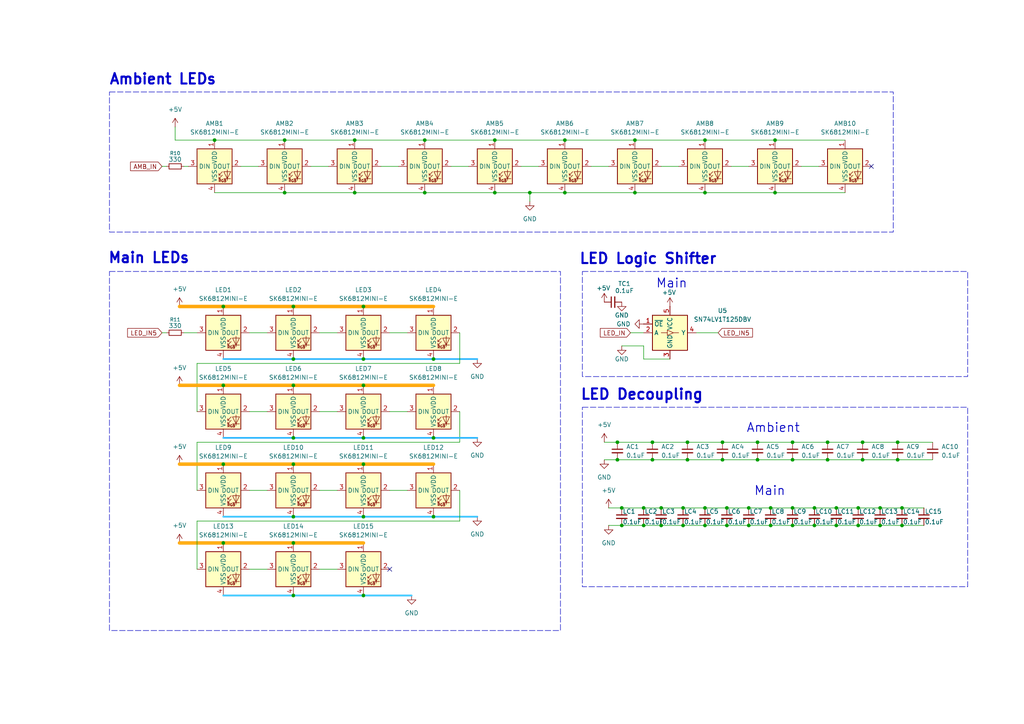
<source format=kicad_sch>
(kicad_sch
	(version 20250114)
	(generator "eeschema")
	(generator_version "9.0")
	(uuid "e840c537-1cc0-4e44-aba4-e143f86581d1")
	(paper "A4")
	(lib_symbols
		(symbol "Device:C_Small"
			(pin_numbers
				(hide yes)
			)
			(pin_names
				(offset 0.254)
				(hide yes)
			)
			(exclude_from_sim no)
			(in_bom yes)
			(on_board yes)
			(property "Reference" "C"
				(at 0.254 1.778 0)
				(effects
					(font
						(size 1.27 1.27)
					)
					(justify left)
				)
			)
			(property "Value" "C_Small"
				(at 0.254 -2.032 0)
				(effects
					(font
						(size 1.27 1.27)
					)
					(justify left)
				)
			)
			(property "Footprint" ""
				(at 0 0 0)
				(effects
					(font
						(size 1.27 1.27)
					)
					(hide yes)
				)
			)
			(property "Datasheet" "~"
				(at 0 0 0)
				(effects
					(font
						(size 1.27 1.27)
					)
					(hide yes)
				)
			)
			(property "Description" "Unpolarized capacitor, small symbol"
				(at 0 0 0)
				(effects
					(font
						(size 1.27 1.27)
					)
					(hide yes)
				)
			)
			(property "ki_keywords" "capacitor cap"
				(at 0 0 0)
				(effects
					(font
						(size 1.27 1.27)
					)
					(hide yes)
				)
			)
			(property "ki_fp_filters" "C_*"
				(at 0 0 0)
				(effects
					(font
						(size 1.27 1.27)
					)
					(hide yes)
				)
			)
			(symbol "C_Small_0_1"
				(polyline
					(pts
						(xy -1.524 0.508) (xy 1.524 0.508)
					)
					(stroke
						(width 0.3048)
						(type default)
					)
					(fill
						(type none)
					)
				)
				(polyline
					(pts
						(xy -1.524 -0.508) (xy 1.524 -0.508)
					)
					(stroke
						(width 0.3302)
						(type default)
					)
					(fill
						(type none)
					)
				)
			)
			(symbol "C_Small_1_1"
				(pin passive line
					(at 0 2.54 270)
					(length 2.032)
					(name "~"
						(effects
							(font
								(size 1.27 1.27)
							)
						)
					)
					(number "1"
						(effects
							(font
								(size 1.27 1.27)
							)
						)
					)
				)
				(pin passive line
					(at 0 -2.54 90)
					(length 2.032)
					(name "~"
						(effects
							(font
								(size 1.27 1.27)
							)
						)
					)
					(number "2"
						(effects
							(font
								(size 1.27 1.27)
							)
						)
					)
				)
			)
			(embedded_fonts no)
		)
		(symbol "Device:R_Small"
			(pin_numbers
				(hide yes)
			)
			(pin_names
				(offset 0.254)
				(hide yes)
			)
			(exclude_from_sim no)
			(in_bom yes)
			(on_board yes)
			(property "Reference" "R"
				(at 0 0 90)
				(effects
					(font
						(size 1.016 1.016)
					)
				)
			)
			(property "Value" "R_Small"
				(at 1.778 0 90)
				(effects
					(font
						(size 1.27 1.27)
					)
				)
			)
			(property "Footprint" ""
				(at 0 0 0)
				(effects
					(font
						(size 1.27 1.27)
					)
					(hide yes)
				)
			)
			(property "Datasheet" "~"
				(at 0 0 0)
				(effects
					(font
						(size 1.27 1.27)
					)
					(hide yes)
				)
			)
			(property "Description" "Resistor, small symbol"
				(at 0 0 0)
				(effects
					(font
						(size 1.27 1.27)
					)
					(hide yes)
				)
			)
			(property "ki_keywords" "R resistor"
				(at 0 0 0)
				(effects
					(font
						(size 1.27 1.27)
					)
					(hide yes)
				)
			)
			(property "ki_fp_filters" "R_*"
				(at 0 0 0)
				(effects
					(font
						(size 1.27 1.27)
					)
					(hide yes)
				)
			)
			(symbol "R_Small_0_1"
				(rectangle
					(start -0.762 1.778)
					(end 0.762 -1.778)
					(stroke
						(width 0.2032)
						(type default)
					)
					(fill
						(type none)
					)
				)
			)
			(symbol "R_Small_1_1"
				(pin passive line
					(at 0 2.54 270)
					(length 0.762)
					(name "~"
						(effects
							(font
								(size 1.27 1.27)
							)
						)
					)
					(number "1"
						(effects
							(font
								(size 1.27 1.27)
							)
						)
					)
				)
				(pin passive line
					(at 0 -2.54 90)
					(length 0.762)
					(name "~"
						(effects
							(font
								(size 1.27 1.27)
							)
						)
					)
					(number "2"
						(effects
							(font
								(size 1.27 1.27)
							)
						)
					)
				)
			)
			(embedded_fonts no)
		)
		(symbol "Logic_LevelTranslator:SN74LV1T125DBV"
			(exclude_from_sim no)
			(in_bom yes)
			(on_board yes)
			(property "Reference" "U"
				(at 5.08 6.35 0)
				(effects
					(font
						(size 1.27 1.27)
					)
					(justify left)
				)
			)
			(property "Value" "SN74LV1T125DBV"
				(at 5.08 3.81 0)
				(effects
					(font
						(size 1.27 1.27)
					)
					(justify left)
				)
			)
			(property "Footprint" "Package_TO_SOT_SMD:SOT-23-5"
				(at 0 -24.13 0)
				(effects
					(font
						(size 1.27 1.27)
					)
					(hide yes)
				)
			)
			(property "Datasheet" "https://www.ti.com/lit/ds/symlink/sn74lv1t125.pdf"
				(at 0 -21.59 0)
				(effects
					(font
						(size 1.27 1.27)
					)
					(hide yes)
				)
			)
			(property "Description" "Single Power Supply, Single Buffer Gate with 3-State Output, CMOS Logic Level Shifter Level Shifter, SOT-23-5"
				(at 0 0 0)
				(effects
					(font
						(size 1.27 1.27)
					)
					(hide yes)
				)
			)
			(property "ki_keywords" "single buffer level shift"
				(at 0 0 0)
				(effects
					(font
						(size 1.27 1.27)
					)
					(hide yes)
				)
			)
			(property "ki_fp_filters" "SOT?23*"
				(at 0 0 0)
				(effects
					(font
						(size 1.27 1.27)
					)
					(hide yes)
				)
			)
			(symbol "SN74LV1T125DBV_0_1"
				(rectangle
					(start -5.08 5.08)
					(end 5.08 -5.08)
					(stroke
						(width 0.254)
						(type default)
					)
					(fill
						(type background)
					)
				)
				(polyline
					(pts
						(xy -0.762 0) (xy -2.54 0)
					)
					(stroke
						(width 0)
						(type default)
					)
					(fill
						(type none)
					)
				)
				(polyline
					(pts
						(xy 1.016 0) (xy 2.54 0)
					)
					(stroke
						(width 0)
						(type default)
					)
					(fill
						(type none)
					)
				)
			)
			(symbol "SN74LV1T125DBV_1_1"
				(polyline
					(pts
						(xy -0.762 -0.762) (xy -0.762 0.762) (xy 1.016 0) (xy -0.762 -0.762)
					)
					(stroke
						(width 0)
						(type default)
					)
					(fill
						(type none)
					)
				)
				(pin input line
					(at -7.62 2.54 0)
					(length 2.54)
					(name "~{OE}"
						(effects
							(font
								(size 1.27 1.27)
							)
						)
					)
					(number "1"
						(effects
							(font
								(size 1.27 1.27)
							)
						)
					)
				)
				(pin input line
					(at -7.62 0 0)
					(length 2.54)
					(name "A"
						(effects
							(font
								(size 1.27 1.27)
							)
						)
					)
					(number "2"
						(effects
							(font
								(size 1.27 1.27)
							)
						)
					)
				)
				(pin power_in line
					(at 0 7.62 270)
					(length 2.54)
					(name "VCC"
						(effects
							(font
								(size 1.27 1.27)
							)
						)
					)
					(number "5"
						(effects
							(font
								(size 1.27 1.27)
							)
						)
					)
				)
				(pin power_in line
					(at 0 -7.62 90)
					(length 2.54)
					(name "GND"
						(effects
							(font
								(size 1.27 1.27)
							)
						)
					)
					(number "3"
						(effects
							(font
								(size 1.27 1.27)
							)
						)
					)
				)
				(pin output line
					(at 7.62 0 180)
					(length 2.54)
					(name "Y"
						(effects
							(font
								(size 1.27 1.27)
							)
						)
					)
					(number "4"
						(effects
							(font
								(size 1.27 1.27)
							)
						)
					)
				)
			)
			(embedded_fonts no)
		)
		(symbol "PCM_marbastlib-various:SK6812MINI-E"
			(exclude_from_sim no)
			(in_bom yes)
			(on_board yes)
			(property "Reference" "LED"
				(at 2.54 6.35 0)
				(effects
					(font
						(size 1.27 1.27)
					)
				)
			)
			(property "Value" "SK6812MINI-E"
				(at 7.62 -6.35 0)
				(effects
					(font
						(size 1.27 1.27)
					)
				)
			)
			(property "Footprint" "PCM_marbastlib-various:LED_6028R"
				(at 0 0 0)
				(effects
					(font
						(size 1.27 1.27)
					)
					(hide yes)
				)
			)
			(property "Datasheet" ""
				(at 0 0 0)
				(effects
					(font
						(size 1.27 1.27)
					)
					(hide yes)
				)
			)
			(property "Description" "Reverse mount adressable LED (WS2812 protocol)"
				(at 0 0 0)
				(effects
					(font
						(size 1.27 1.27)
					)
					(hide yes)
				)
			)
			(property "ki_keywords" "reverse mount led revmount rgb"
				(at 0 0 0)
				(effects
					(font
						(size 1.27 1.27)
					)
					(hide yes)
				)
			)
			(symbol "SK6812MINI-E_0_0"
				(text "RGB"
					(at 2.286 -4.191 0)
					(effects
						(font
							(size 0.762 0.762)
						)
					)
				)
			)
			(symbol "SK6812MINI-E_0_1"
				(polyline
					(pts
						(xy 1.27 -2.54) (xy 1.778 -2.54)
					)
					(stroke
						(width 0)
						(type default)
					)
					(fill
						(type none)
					)
				)
				(polyline
					(pts
						(xy 1.27 -3.556) (xy 1.778 -3.556)
					)
					(stroke
						(width 0)
						(type default)
					)
					(fill
						(type none)
					)
				)
				(polyline
					(pts
						(xy 2.286 -1.524) (xy 1.27 -2.54) (xy 1.27 -2.032)
					)
					(stroke
						(width 0)
						(type default)
					)
					(fill
						(type none)
					)
				)
				(polyline
					(pts
						(xy 2.286 -2.54) (xy 1.27 -3.556) (xy 1.27 -3.048)
					)
					(stroke
						(width 0)
						(type default)
					)
					(fill
						(type none)
					)
				)
				(polyline
					(pts
						(xy 3.683 -1.016) (xy 3.683 -3.556) (xy 3.683 -4.064)
					)
					(stroke
						(width 0)
						(type default)
					)
					(fill
						(type none)
					)
				)
				(polyline
					(pts
						(xy 4.699 -1.524) (xy 2.667 -1.524) (xy 3.683 -3.556) (xy 4.699 -1.524)
					)
					(stroke
						(width 0)
						(type default)
					)
					(fill
						(type none)
					)
				)
				(polyline
					(pts
						(xy 4.699 -3.556) (xy 2.667 -3.556)
					)
					(stroke
						(width 0)
						(type default)
					)
					(fill
						(type none)
					)
				)
				(rectangle
					(start 5.08 5.08)
					(end -5.08 -5.08)
					(stroke
						(width 0.254)
						(type default)
					)
					(fill
						(type background)
					)
				)
			)
			(symbol "SK6812MINI-E_1_1"
				(pin input line
					(at -7.62 0 0)
					(length 2.54)
					(name "DIN"
						(effects
							(font
								(size 1.27 1.27)
							)
						)
					)
					(number "3"
						(effects
							(font
								(size 1.27 1.27)
							)
						)
					)
				)
				(pin power_in line
					(at 0 7.62 270)
					(length 2.54)
					(name "VDD"
						(effects
							(font
								(size 1.27 1.27)
							)
						)
					)
					(number "1"
						(effects
							(font
								(size 1.27 1.27)
							)
						)
					)
				)
				(pin power_in line
					(at 0 -7.62 90)
					(length 2.54)
					(name "VSS"
						(effects
							(font
								(size 1.27 1.27)
							)
						)
					)
					(number "4"
						(effects
							(font
								(size 1.27 1.27)
							)
						)
					)
				)
				(pin output line
					(at 7.62 0 180)
					(length 2.54)
					(name "DOUT"
						(effects
							(font
								(size 1.27 1.27)
							)
						)
					)
					(number "2"
						(effects
							(font
								(size 1.27 1.27)
							)
						)
					)
				)
			)
			(embedded_fonts no)
		)
		(symbol "power:+5V"
			(power)
			(pin_numbers
				(hide yes)
			)
			(pin_names
				(offset 0)
				(hide yes)
			)
			(exclude_from_sim no)
			(in_bom yes)
			(on_board yes)
			(property "Reference" "#PWR"
				(at 0 -3.81 0)
				(effects
					(font
						(size 1.27 1.27)
					)
					(hide yes)
				)
			)
			(property "Value" "+5V"
				(at 0 3.556 0)
				(effects
					(font
						(size 1.27 1.27)
					)
				)
			)
			(property "Footprint" ""
				(at 0 0 0)
				(effects
					(font
						(size 1.27 1.27)
					)
					(hide yes)
				)
			)
			(property "Datasheet" ""
				(at 0 0 0)
				(effects
					(font
						(size 1.27 1.27)
					)
					(hide yes)
				)
			)
			(property "Description" "Power symbol creates a global label with name \"+5V\""
				(at 0 0 0)
				(effects
					(font
						(size 1.27 1.27)
					)
					(hide yes)
				)
			)
			(property "ki_keywords" "global power"
				(at 0 0 0)
				(effects
					(font
						(size 1.27 1.27)
					)
					(hide yes)
				)
			)
			(symbol "+5V_0_1"
				(polyline
					(pts
						(xy -0.762 1.27) (xy 0 2.54)
					)
					(stroke
						(width 0)
						(type default)
					)
					(fill
						(type none)
					)
				)
				(polyline
					(pts
						(xy 0 2.54) (xy 0.762 1.27)
					)
					(stroke
						(width 0)
						(type default)
					)
					(fill
						(type none)
					)
				)
				(polyline
					(pts
						(xy 0 0) (xy 0 2.54)
					)
					(stroke
						(width 0)
						(type default)
					)
					(fill
						(type none)
					)
				)
			)
			(symbol "+5V_1_1"
				(pin power_in line
					(at 0 0 90)
					(length 0)
					(name "~"
						(effects
							(font
								(size 1.27 1.27)
							)
						)
					)
					(number "1"
						(effects
							(font
								(size 1.27 1.27)
							)
						)
					)
				)
			)
			(embedded_fonts no)
		)
		(symbol "power:GND"
			(power)
			(pin_numbers
				(hide yes)
			)
			(pin_names
				(offset 0)
				(hide yes)
			)
			(exclude_from_sim no)
			(in_bom yes)
			(on_board yes)
			(property "Reference" "#PWR"
				(at 0 -6.35 0)
				(effects
					(font
						(size 1.27 1.27)
					)
					(hide yes)
				)
			)
			(property "Value" "GND"
				(at 0 -3.81 0)
				(effects
					(font
						(size 1.27 1.27)
					)
				)
			)
			(property "Footprint" ""
				(at 0 0 0)
				(effects
					(font
						(size 1.27 1.27)
					)
					(hide yes)
				)
			)
			(property "Datasheet" ""
				(at 0 0 0)
				(effects
					(font
						(size 1.27 1.27)
					)
					(hide yes)
				)
			)
			(property "Description" "Power symbol creates a global label with name \"GND\" , ground"
				(at 0 0 0)
				(effects
					(font
						(size 1.27 1.27)
					)
					(hide yes)
				)
			)
			(property "ki_keywords" "global power"
				(at 0 0 0)
				(effects
					(font
						(size 1.27 1.27)
					)
					(hide yes)
				)
			)
			(symbol "GND_0_1"
				(polyline
					(pts
						(xy 0 0) (xy 0 -1.27) (xy 1.27 -1.27) (xy 0 -2.54) (xy -1.27 -1.27) (xy 0 -1.27)
					)
					(stroke
						(width 0)
						(type default)
					)
					(fill
						(type none)
					)
				)
			)
			(symbol "GND_1_1"
				(pin power_in line
					(at 0 0 270)
					(length 0)
					(name "~"
						(effects
							(font
								(size 1.27 1.27)
							)
						)
					)
					(number "1"
						(effects
							(font
								(size 1.27 1.27)
							)
						)
					)
				)
			)
			(embedded_fonts no)
		)
	)
	(rectangle
		(start 31.75 26.67)
		(end 259.08 67.31)
		(stroke
			(width 0)
			(type dash)
		)
		(fill
			(type none)
		)
		(uuid 0bb90475-eb08-4b05-9560-b84a99fdb9a9)
	)
	(rectangle
		(start 168.91 78.74)
		(end 280.67 109.22)
		(stroke
			(width 0)
			(type dash)
		)
		(fill
			(type none)
		)
		(uuid 1d0137a9-eb09-446a-8222-f75d4c6592bf)
	)
	(rectangle
		(start 168.91 118.11)
		(end 280.67 170.18)
		(stroke
			(width 0)
			(type dash)
		)
		(fill
			(type none)
		)
		(uuid 872cfe17-8d02-49e9-aedc-2c03439e0958)
	)
	(rectangle
		(start 31.75 78.74)
		(end 162.56 182.88)
		(stroke
			(width 0)
			(type dash)
		)
		(fill
			(type none)
		)
		(uuid ced2ee5f-62ab-47d2-bfb1-7557f2a247db)
	)
	(text "Main\n"
		(exclude_from_sim no)
		(at 194.818 82.296 0)
		(effects
			(font
				(size 2.6 2.6)
				(thickness 0.254)
				(bold yes)
			)
		)
		(uuid "30957ec3-81a7-43e3-929f-ac2df08d361c")
	)
	(text "Ambient LEDs"
		(exclude_from_sim no)
		(at 47.244 23.114 0)
		(effects
			(font
				(size 3 3)
				(thickness 0.6)
				(bold yes)
			)
		)
		(uuid "6de40442-202c-4e7a-a44b-47a5bf353f59")
	)
	(text "Main\n"
		(exclude_from_sim no)
		(at 223.266 142.494 0)
		(effects
			(font
				(size 2.6 2.6)
				(thickness 0.254)
				(bold yes)
			)
		)
		(uuid "8caef4a6-961d-42f1-8aed-f5045aaf5c9d")
	)
	(text "Main LEDs"
		(exclude_from_sim no)
		(at 43.18 74.93 0)
		(effects
			(font
				(size 3 3)
				(thickness 0.6)
				(bold yes)
			)
		)
		(uuid "ab37882e-5d20-4f47-9246-b7a32359b1d9")
	)
	(text "Ambient"
		(exclude_from_sim no)
		(at 224.282 124.206 0)
		(effects
			(font
				(size 2.6 2.6)
				(thickness 0.254)
				(bold yes)
			)
		)
		(uuid "b874c4fa-64eb-4aae-8e14-1028fe0e1059")
	)
	(text "LED Logic Shifter"
		(exclude_from_sim no)
		(at 187.96 75.184 0)
		(effects
			(font
				(size 3 3)
				(thickness 0.6)
				(bold yes)
			)
		)
		(uuid "b9975414-a4b1-4901-9877-ea5fb03fc037")
	)
	(text "LED Decoupling\n"
		(exclude_from_sim no)
		(at 186.182 114.554 0)
		(effects
			(font
				(size 3 3)
				(thickness 0.6)
				(bold yes)
			)
		)
		(uuid "d7b876da-7693-4b79-8e59-1e78dfd010d2")
	)
	(junction
		(at 186.69 147.32)
		(diameter 0)
		(color 0 0 0 0)
		(uuid "092db9ac-a515-450c-b088-5ff0157f15e5")
	)
	(junction
		(at 105.41 134.62)
		(diameter 0)
		(color 0 0 0 0)
		(uuid "0c397199-d23c-4316-a5af-973611b81aab")
	)
	(junction
		(at 105.41 149.86)
		(diameter 0)
		(color 0 0 0 0)
		(uuid "0c849cd7-8811-4f68-a516-79a153a2d0d1")
	)
	(junction
		(at 64.77 157.48)
		(diameter 0)
		(color 0 0 0 0)
		(uuid "125809fb-10c7-4081-9f83-c7941c404de6")
	)
	(junction
		(at 125.73 104.14)
		(diameter 0)
		(color 0 0 0 0)
		(uuid "18b1db91-dcf1-4c3c-80ab-4ef164c6cc40")
	)
	(junction
		(at 229.87 152.4)
		(diameter 0)
		(color 0 0 0 0)
		(uuid "1ba2ed49-dc4f-4ccc-8d73-5329d7340c65")
	)
	(junction
		(at 261.62 152.4)
		(diameter 0)
		(color 0 0 0 0)
		(uuid "1d2abca3-1e5f-461a-8741-cb87d6a335a9")
	)
	(junction
		(at 179.07 133.35)
		(diameter 0)
		(color 0 0 0 0)
		(uuid "1d4cc71a-5ae6-49ad-8d61-ca6f50c63644")
	)
	(junction
		(at 191.77 147.32)
		(diameter 0)
		(color 0 0 0 0)
		(uuid "238c64e7-4a69-4b67-94b2-b771adfccb6b")
	)
	(junction
		(at 125.73 149.86)
		(diameter 0)
		(color 0 0 0 0)
		(uuid "251004d3-0a39-4c94-b59f-199a2d9b9cba")
	)
	(junction
		(at 85.09 157.48)
		(diameter 0)
		(color 0 0 0 0)
		(uuid "256d6c9a-643b-41ff-918e-7a57cd406b25")
	)
	(junction
		(at 85.09 172.72)
		(diameter 0)
		(color 0 0 0 0)
		(uuid "275cd77f-5106-4c17-8303-53678c2edb08")
	)
	(junction
		(at 184.15 55.88)
		(diameter 0)
		(color 0 0 0 0)
		(uuid "2b317795-4a8c-4c99-bf77-9e17d14ec8e6")
	)
	(junction
		(at 210.82 152.4)
		(diameter 0)
		(color 0 0 0 0)
		(uuid "2c8dc1e7-e8dd-47d4-8236-a041347e4b7f")
	)
	(junction
		(at 102.87 55.88)
		(diameter 0)
		(color 0 0 0 0)
		(uuid "316e311b-8607-438c-8cf7-2aef0bf6ddf7")
	)
	(junction
		(at 180.34 152.4)
		(diameter 0)
		(color 0 0 0 0)
		(uuid "329e0600-cb5b-428a-afc1-7967f158a371")
	)
	(junction
		(at 250.19 128.27)
		(diameter 0)
		(color 0 0 0 0)
		(uuid "32d1dd71-ea82-4bbb-b920-0ab9021d3990")
	)
	(junction
		(at 255.27 152.4)
		(diameter 0)
		(color 0 0 0 0)
		(uuid "3596ca34-9825-4d82-8570-0535994f9212")
	)
	(junction
		(at 82.55 55.88)
		(diameter 0)
		(color 0 0 0 0)
		(uuid "3adcf568-e558-4fe2-be95-5da6c4f0b4c4")
	)
	(junction
		(at 105.41 104.14)
		(diameter 0)
		(color 0 0 0 0)
		(uuid "3ae52fdf-703f-41f0-88a0-4b94f7856dc2")
	)
	(junction
		(at 204.47 147.32)
		(diameter 0)
		(color 0 0 0 0)
		(uuid "3b61a7af-f236-498a-b01f-7e15c8f17107")
	)
	(junction
		(at 85.09 111.76)
		(diameter 0)
		(color 0 0 0 0)
		(uuid "3d030833-e7a6-493c-9d18-e288ac09df03")
	)
	(junction
		(at 219.71 128.27)
		(diameter 0)
		(color 0 0 0 0)
		(uuid "40588262-7f9f-4244-ba78-936688938f11")
	)
	(junction
		(at 64.77 111.76)
		(diameter 0)
		(color 0 0 0 0)
		(uuid "40ff3b60-342a-421b-b62f-b04a0c964793")
	)
	(junction
		(at 204.47 152.4)
		(diameter 0)
		(color 0 0 0 0)
		(uuid "42b2273b-f939-4487-8286-579b66abcba0")
	)
	(junction
		(at 64.77 88.9)
		(diameter 0)
		(color 0 0 0 0)
		(uuid "45ee2440-4276-4c76-a6ca-eb1ccc9a4de3")
	)
	(junction
		(at 105.41 172.72)
		(diameter 0)
		(color 0 0 0 0)
		(uuid "4c96503b-0b0d-4acf-8f7c-3e1c8d8835f8")
	)
	(junction
		(at 85.09 88.9)
		(diameter 0)
		(color 0 0 0 0)
		(uuid "4d4bd5ff-48b1-4635-be8f-ff9e0398a656")
	)
	(junction
		(at 223.52 147.32)
		(diameter 0)
		(color 0 0 0 0)
		(uuid "4f78cad8-4f9e-4d59-b898-c3d5b217ae72")
	)
	(junction
		(at 189.23 133.35)
		(diameter 0)
		(color 0 0 0 0)
		(uuid "5397a15f-7283-4f9e-994f-292e084595b2")
	)
	(junction
		(at 242.57 152.4)
		(diameter 0)
		(color 0 0 0 0)
		(uuid "54013b9a-5fb7-4021-80f6-95d908c4e8b2")
	)
	(junction
		(at 143.51 55.88)
		(diameter 0)
		(color 0 0 0 0)
		(uuid "576a7007-2f83-4e6d-914b-2a8c65ad0913")
	)
	(junction
		(at 153.67 55.88)
		(diameter 0)
		(color 0 0 0 0)
		(uuid "5805592f-e51a-4597-b67f-a8890fcc8476")
	)
	(junction
		(at 199.39 128.27)
		(diameter 0)
		(color 0 0 0 0)
		(uuid "5f2646cf-140b-484a-b255-feed221efcf3")
	)
	(junction
		(at 229.87 133.35)
		(diameter 0)
		(color 0 0 0 0)
		(uuid "5f9fe011-f00b-4763-b8f0-e1bf62a582cb")
	)
	(junction
		(at 85.09 127)
		(diameter 0)
		(color 0 0 0 0)
		(uuid "5fc3a415-17ff-4919-8b2a-8031ebd98449")
	)
	(junction
		(at 85.09 134.62)
		(diameter 0)
		(color 0 0 0 0)
		(uuid "61b0c398-2b6d-4e9b-bfa2-ce07703cc5d4")
	)
	(junction
		(at 163.83 40.64)
		(diameter 0)
		(color 0 0 0 0)
		(uuid "690d7855-b7b7-44ec-b45b-956a56934d57")
	)
	(junction
		(at 217.17 147.32)
		(diameter 0)
		(color 0 0 0 0)
		(uuid "690eb7b0-0ee8-4e8f-ae6e-199c911e1822")
	)
	(junction
		(at 260.35 133.35)
		(diameter 0)
		(color 0 0 0 0)
		(uuid "6b52263b-44c0-4238-ace6-721d90a5a162")
	)
	(junction
		(at 204.47 40.64)
		(diameter 0)
		(color 0 0 0 0)
		(uuid "6c23e908-fd57-45dd-af86-5d8248739f4e")
	)
	(junction
		(at 198.12 152.4)
		(diameter 0)
		(color 0 0 0 0)
		(uuid "72a5c98e-270e-4177-8b31-2fea149852c9")
	)
	(junction
		(at 223.52 152.4)
		(diameter 0)
		(color 0 0 0 0)
		(uuid "74a4d1e3-562f-425a-ad39-c07beb08fd04")
	)
	(junction
		(at 240.03 133.35)
		(diameter 0)
		(color 0 0 0 0)
		(uuid "79286858-5ebd-4738-92d2-5596cb0b7163")
	)
	(junction
		(at 184.15 40.64)
		(diameter 0)
		(color 0 0 0 0)
		(uuid "792a965e-7380-4795-affb-c477c52692ed")
	)
	(junction
		(at 236.22 152.4)
		(diameter 0)
		(color 0 0 0 0)
		(uuid "7b733931-9d57-4935-a3d9-eec40aba1bc7")
	)
	(junction
		(at 125.73 127)
		(diameter 0)
		(color 0 0 0 0)
		(uuid "7d055ff7-f2f2-45a0-9fa0-93bb77f2416a")
	)
	(junction
		(at 189.23 128.27)
		(diameter 0)
		(color 0 0 0 0)
		(uuid "7ea0af34-d780-425d-9a7d-bd25c79868a6")
	)
	(junction
		(at 163.83 55.88)
		(diameter 0)
		(color 0 0 0 0)
		(uuid "83cf5f82-e4ac-4d07-9a6f-48315af29a1d")
	)
	(junction
		(at 123.19 55.88)
		(diameter 0)
		(color 0 0 0 0)
		(uuid "853847af-3ed5-4bc4-8765-69f1f239b636")
	)
	(junction
		(at 210.82 147.32)
		(diameter 0)
		(color 0 0 0 0)
		(uuid "86736e74-84ff-4fcb-8270-2d152784e4ce")
	)
	(junction
		(at 191.77 152.4)
		(diameter 0)
		(color 0 0 0 0)
		(uuid "87568400-38af-43f5-bc2e-db6e9f8c6bec")
	)
	(junction
		(at 199.39 133.35)
		(diameter 0)
		(color 0 0 0 0)
		(uuid "8bc412f8-96c8-418e-9554-b170f05f58f0")
	)
	(junction
		(at 224.79 55.88)
		(diameter 0)
		(color 0 0 0 0)
		(uuid "90e0d394-1d2f-4333-bff8-64a75ca20921")
	)
	(junction
		(at 85.09 104.14)
		(diameter 0)
		(color 0 0 0 0)
		(uuid "9201ff51-3a9f-4fcf-ae42-e2afa01f6086")
	)
	(junction
		(at 186.69 152.4)
		(diameter 0)
		(color 0 0 0 0)
		(uuid "9dcf522e-6bb1-4a6b-a0e2-d6dac27bdbdf")
	)
	(junction
		(at 85.09 149.86)
		(diameter 0)
		(color 0 0 0 0)
		(uuid "9df50270-62a9-4afc-be6f-149fdac5fd88")
	)
	(junction
		(at 236.22 147.32)
		(diameter 0)
		(color 0 0 0 0)
		(uuid "a19c8d19-0fc3-4353-861d-212f068466d0")
	)
	(junction
		(at 242.57 147.32)
		(diameter 0)
		(color 0 0 0 0)
		(uuid "a4a9bdb2-312a-41e3-9ecc-dd9bdec74b4f")
	)
	(junction
		(at 255.27 147.32)
		(diameter 0)
		(color 0 0 0 0)
		(uuid "a61fd44a-6cd6-4b35-bf2d-119a37a208e3")
	)
	(junction
		(at 82.55 40.64)
		(diameter 0)
		(color 0 0 0 0)
		(uuid "a844c5ae-959b-477a-b8ba-f33889cbaf25")
	)
	(junction
		(at 102.87 40.64)
		(diameter 0)
		(color 0 0 0 0)
		(uuid "ae3420db-fc50-4f79-968c-e9309e1aaf91")
	)
	(junction
		(at 62.23 40.64)
		(diameter 0)
		(color 0 0 0 0)
		(uuid "b1d12914-7a38-4612-80a7-c0b577646fe8")
	)
	(junction
		(at 209.55 133.35)
		(diameter 0)
		(color 0 0 0 0)
		(uuid "b30d6edd-fbc3-4aec-984e-236f76fb470b")
	)
	(junction
		(at 248.92 152.4)
		(diameter 0)
		(color 0 0 0 0)
		(uuid "b3e70844-32ac-42ab-b608-44e53ab3a4cf")
	)
	(junction
		(at 250.19 133.35)
		(diameter 0)
		(color 0 0 0 0)
		(uuid "b63cb88d-ef5a-4f98-9159-4c3008d39bd8")
	)
	(junction
		(at 123.19 40.64)
		(diameter 0)
		(color 0 0 0 0)
		(uuid "b924406b-d9a1-4460-b92c-80919e09a12b")
	)
	(junction
		(at 198.12 147.32)
		(diameter 0)
		(color 0 0 0 0)
		(uuid "bb82b6e0-da13-4b0c-bcc5-17862d1d94f4")
	)
	(junction
		(at 219.71 133.35)
		(diameter 0)
		(color 0 0 0 0)
		(uuid "bc6e5e08-3fc4-4cdd-bff5-b114fd7c3110")
	)
	(junction
		(at 260.35 128.27)
		(diameter 0)
		(color 0 0 0 0)
		(uuid "be8e86e4-cc91-4f4b-b214-53d43e8cdd83")
	)
	(junction
		(at 105.41 88.9)
		(diameter 0)
		(color 0 0 0 0)
		(uuid "c1b9f561-e7d4-4af1-9034-e6a9d6ea8a14")
	)
	(junction
		(at 240.03 128.27)
		(diameter 0)
		(color 0 0 0 0)
		(uuid "cc6cefbd-3dde-46d5-bd0f-41fb17527e59")
	)
	(junction
		(at 224.79 40.64)
		(diameter 0)
		(color 0 0 0 0)
		(uuid "cdd43ff3-1731-4096-8a41-c2eee73b4a58")
	)
	(junction
		(at 180.34 147.32)
		(diameter 0)
		(color 0 0 0 0)
		(uuid "d40fe02a-1998-4c1a-af2e-5c67aa9b88a8")
	)
	(junction
		(at 229.87 147.32)
		(diameter 0)
		(color 0 0 0 0)
		(uuid "de035bd1-9345-4186-811a-c4be5e75d5e7")
	)
	(junction
		(at 248.92 147.32)
		(diameter 0)
		(color 0 0 0 0)
		(uuid "de4a8944-f753-4bfb-a01b-54af381f11e2")
	)
	(junction
		(at 204.47 55.88)
		(diameter 0)
		(color 0 0 0 0)
		(uuid "dfca0d79-657d-4ae8-a1e6-197063c1a819")
	)
	(junction
		(at 179.07 128.27)
		(diameter 0)
		(color 0 0 0 0)
		(uuid "e1eae971-10d2-4026-be3f-6b1040818ca6")
	)
	(junction
		(at 229.87 128.27)
		(diameter 0)
		(color 0 0 0 0)
		(uuid "eafac87a-2821-4c1e-9c25-827bde69f6a8")
	)
	(junction
		(at 143.51 40.64)
		(diameter 0)
		(color 0 0 0 0)
		(uuid "ec5ccad2-b485-492b-a72d-c8411bd91edc")
	)
	(junction
		(at 105.41 127)
		(diameter 0)
		(color 0 0 0 0)
		(uuid "ece1f504-95a9-4fb0-b927-ea73ec5d0a6d")
	)
	(junction
		(at 105.41 111.76)
		(diameter 0)
		(color 0 0 0 0)
		(uuid "f1067dc6-4b61-49ca-8bb1-c2b78cf09139")
	)
	(junction
		(at 261.62 147.32)
		(diameter 0)
		(color 0 0 0 0)
		(uuid "f33b001d-6495-4fd3-ba5e-5a4235ca091e")
	)
	(junction
		(at 209.55 128.27)
		(diameter 0)
		(color 0 0 0 0)
		(uuid "f4272192-8b56-4e60-ac7d-c37b59dec9da")
	)
	(junction
		(at 217.17 152.4)
		(diameter 0)
		(color 0 0 0 0)
		(uuid "fac701ae-816f-44d7-99f0-11bd0d1dcd1c")
	)
	(junction
		(at 64.77 134.62)
		(diameter 0)
		(color 0 0 0 0)
		(uuid "fbabbf49-6c74-402a-9d0e-c4f7eae13fe1")
	)
	(no_connect
		(at 252.73 48.26)
		(uuid "c0dee27e-4a3b-4325-a1bd-915ef69256ed")
	)
	(no_connect
		(at 113.03 165.1)
		(uuid "ca2bff6e-e99c-4e2c-9e25-66223520bcf1")
	)
	(wire
		(pts
			(xy 105.41 88.9) (xy 125.73 88.9)
		)
		(stroke
			(width 1)
			(type default)
			(color 255 167 13 1)
		)
		(uuid "02c911d1-6bf6-4403-9fce-45a0f6716c34")
	)
	(wire
		(pts
			(xy 143.51 40.64) (xy 163.83 40.64)
		)
		(stroke
			(width 0)
			(type default)
		)
		(uuid "049081e7-3167-495c-9f7c-b2d4ed861faf")
	)
	(wire
		(pts
			(xy 133.35 96.52) (xy 133.35 105.41)
		)
		(stroke
			(width 0)
			(type default)
		)
		(uuid "08383d18-6edf-4b61-b54c-13df6d4c5cad")
	)
	(wire
		(pts
			(xy 62.23 40.64) (xy 82.55 40.64)
		)
		(stroke
			(width 0)
			(type default)
		)
		(uuid "08b611b9-2a8f-4177-af95-020307818ee2")
	)
	(wire
		(pts
			(xy 261.62 152.4) (xy 267.97 152.4)
		)
		(stroke
			(width 0)
			(type default)
		)
		(uuid "08bd0f82-6c52-42b0-a048-7fc7b63c7de2")
	)
	(wire
		(pts
			(xy 52.07 88.9) (xy 64.77 88.9)
		)
		(stroke
			(width 1)
			(type default)
			(color 255 167 13 1)
		)
		(uuid "0904d11d-26f3-4876-a8d7-a5c1b6ec0eac")
	)
	(wire
		(pts
			(xy 191.77 147.32) (xy 198.12 147.32)
		)
		(stroke
			(width 0)
			(type default)
		)
		(uuid "0c853e69-2577-453b-b4e8-be071c6b9e4a")
	)
	(wire
		(pts
			(xy 85.09 134.62) (xy 105.41 134.62)
		)
		(stroke
			(width 1)
			(type default)
			(color 255 167 13 1)
		)
		(uuid "0cbda6b9-d4f0-4519-9fd6-057ce8c6746a")
	)
	(wire
		(pts
			(xy 85.09 88.9) (xy 105.41 88.9)
		)
		(stroke
			(width 1)
			(type default)
			(color 255 167 13 1)
		)
		(uuid "0e692192-d298-4899-8606-e58bfcf6b09f")
	)
	(wire
		(pts
			(xy 48.26 96.52) (xy 46.99 96.52)
		)
		(stroke
			(width 0)
			(type default)
		)
		(uuid "12482354-13a3-4c1e-995d-b7b6e20df558")
	)
	(wire
		(pts
			(xy 236.22 152.4) (xy 242.57 152.4)
		)
		(stroke
			(width 0)
			(type default)
		)
		(uuid "12ec2af3-46e2-42d1-a38f-5b66fde0840a")
	)
	(wire
		(pts
			(xy 219.71 128.27) (xy 229.87 128.27)
		)
		(stroke
			(width 0)
			(type default)
		)
		(uuid "13439fad-2ba6-40a7-acc0-49a7a9ed46f9")
	)
	(wire
		(pts
			(xy 133.35 151.13) (xy 57.15 151.13)
		)
		(stroke
			(width 0)
			(type default)
		)
		(uuid "172f9cb4-af7e-4ddf-a5dd-f6b33575fed1")
	)
	(wire
		(pts
			(xy 105.41 127) (xy 125.73 127)
		)
		(stroke
			(width 0.5)
			(type default)
			(color 48 185 255 1)
		)
		(uuid "17a9ea4e-b655-4d16-ba84-0cb1b9d81717")
	)
	(wire
		(pts
			(xy 219.71 133.35) (xy 229.87 133.35)
		)
		(stroke
			(width 0)
			(type default)
		)
		(uuid "1a987ee6-4006-4cc0-8edb-20baa77e1736")
	)
	(wire
		(pts
			(xy 125.73 149.86) (xy 138.43 149.86)
		)
		(stroke
			(width 0.5)
			(type default)
			(color 48 185 255 1)
		)
		(uuid "1acab435-1060-4ed9-9d93-6c7711f3bafa")
	)
	(wire
		(pts
			(xy 217.17 152.4) (xy 223.52 152.4)
		)
		(stroke
			(width 0)
			(type default)
		)
		(uuid "1e23cc6c-d658-426d-b0b7-f91040c61c4e")
	)
	(wire
		(pts
			(xy 57.15 128.27) (xy 57.15 142.24)
		)
		(stroke
			(width 0)
			(type default)
		)
		(uuid "1fcff0b1-7d3b-4a7c-b066-22c1389b30c8")
	)
	(wire
		(pts
			(xy 85.09 111.76) (xy 105.41 111.76)
		)
		(stroke
			(width 1)
			(type default)
			(color 255 167 13 1)
		)
		(uuid "201e10e6-55b5-4922-abe3-c1225077e787")
	)
	(wire
		(pts
			(xy 64.77 88.9) (xy 85.09 88.9)
		)
		(stroke
			(width 1)
			(type default)
			(color 255 167 13 1)
		)
		(uuid "20c0849c-a91b-43de-adb3-0e6e3c9365f0")
	)
	(wire
		(pts
			(xy 217.17 147.32) (xy 223.52 147.32)
		)
		(stroke
			(width 0)
			(type default)
		)
		(uuid "2311eabb-8765-476c-9e9d-c6a9d11e0977")
	)
	(wire
		(pts
			(xy 163.83 40.64) (xy 184.15 40.64)
		)
		(stroke
			(width 0)
			(type default)
		)
		(uuid "23331d26-c992-47ee-8d51-db8410e81e0f")
	)
	(wire
		(pts
			(xy 105.41 134.62) (xy 125.73 134.62)
		)
		(stroke
			(width 1)
			(type default)
			(color 255 167 13 1)
		)
		(uuid "23c4f0bf-8fdc-4227-853f-733228b33a06")
	)
	(wire
		(pts
			(xy 110.49 48.26) (xy 115.57 48.26)
		)
		(stroke
			(width 0)
			(type default)
		)
		(uuid "259ca3e6-edbf-4098-a450-350a506ce56e")
	)
	(wire
		(pts
			(xy 52.07 134.62) (xy 64.77 134.62)
		)
		(stroke
			(width 1)
			(type default)
			(color 255 167 13 1)
		)
		(uuid "26ddc163-f70f-498a-9979-17aa09f56129")
	)
	(wire
		(pts
			(xy 250.19 128.27) (xy 260.35 128.27)
		)
		(stroke
			(width 0)
			(type default)
		)
		(uuid "29c8adae-23d1-4124-974f-7d17217759f0")
	)
	(wire
		(pts
			(xy 204.47 147.32) (xy 210.82 147.32)
		)
		(stroke
			(width 0)
			(type default)
		)
		(uuid "362872c0-6b20-4b94-a017-d5164838b4e5")
	)
	(wire
		(pts
			(xy 175.26 128.27) (xy 179.07 128.27)
		)
		(stroke
			(width 0)
			(type default)
		)
		(uuid "3680923c-18d7-41fa-88bc-8f463dfbc7da")
	)
	(wire
		(pts
			(xy 64.77 172.72) (xy 85.09 172.72)
		)
		(stroke
			(width 0.5)
			(type default)
			(color 48 185 255 1)
		)
		(uuid "368a266e-fb32-43ed-9b7b-2599852ad4b7")
	)
	(wire
		(pts
			(xy 102.87 40.64) (xy 123.19 40.64)
		)
		(stroke
			(width 0)
			(type default)
		)
		(uuid "369adb6f-a1ec-48db-a489-4b5973de89a6")
	)
	(wire
		(pts
			(xy 248.92 147.32) (xy 255.27 147.32)
		)
		(stroke
			(width 0)
			(type default)
		)
		(uuid "36a2503f-d846-4097-8192-1d96be77f4a5")
	)
	(wire
		(pts
			(xy 92.71 119.38) (xy 97.79 119.38)
		)
		(stroke
			(width 0)
			(type default)
		)
		(uuid "36f1e84e-69cc-4175-9dc6-4f62dc9b95be")
	)
	(wire
		(pts
			(xy 85.09 127) (xy 105.41 127)
		)
		(stroke
			(width 0.5)
			(type default)
			(color 48 185 255 1)
		)
		(uuid "36f9a3db-0b71-4e11-b4d1-6270a2721b8c")
	)
	(wire
		(pts
			(xy 232.41 48.26) (xy 237.49 48.26)
		)
		(stroke
			(width 0)
			(type default)
		)
		(uuid "39adb1ae-43f8-48a6-9cc6-e728652cd0f0")
	)
	(wire
		(pts
			(xy 223.52 152.4) (xy 229.87 152.4)
		)
		(stroke
			(width 0)
			(type default)
		)
		(uuid "3fdaadb9-f487-48b8-bfa8-8b5bdf3f5419")
	)
	(wire
		(pts
			(xy 223.52 147.32) (xy 229.87 147.32)
		)
		(stroke
			(width 0)
			(type default)
		)
		(uuid "451641ae-d79c-4767-97e7-3c0a25d767ba")
	)
	(wire
		(pts
			(xy 191.77 48.26) (xy 196.85 48.26)
		)
		(stroke
			(width 0)
			(type default)
		)
		(uuid "48567cdc-0e87-4656-915e-3410c7a5b3b7")
	)
	(wire
		(pts
			(xy 198.12 147.32) (xy 204.47 147.32)
		)
		(stroke
			(width 0)
			(type default)
		)
		(uuid "49c366f9-3cfc-486f-91ac-a768e352c51b")
	)
	(wire
		(pts
			(xy 82.55 40.64) (xy 102.87 40.64)
		)
		(stroke
			(width 0)
			(type default)
		)
		(uuid "4a513987-3046-42ab-8e91-044ebfb6eb3c")
	)
	(wire
		(pts
			(xy 180.34 100.33) (xy 186.69 100.33)
		)
		(stroke
			(width 0)
			(type default)
		)
		(uuid "4e1bf6d6-3f7f-4bdc-a07c-6134162ed32a")
	)
	(wire
		(pts
			(xy 189.23 133.35) (xy 199.39 133.35)
		)
		(stroke
			(width 0)
			(type default)
		)
		(uuid "540ec355-3071-41e0-a8bb-c000e96111f0")
	)
	(wire
		(pts
			(xy 113.03 119.38) (xy 118.11 119.38)
		)
		(stroke
			(width 0)
			(type default)
		)
		(uuid "5485ce4b-451a-4b17-b677-80e8c599b010")
	)
	(wire
		(pts
			(xy 229.87 147.32) (xy 236.22 147.32)
		)
		(stroke
			(width 0)
			(type default)
		)
		(uuid "54e1f17d-8bba-41e5-914a-3e40dd0080c5")
	)
	(wire
		(pts
			(xy 113.03 142.24) (xy 118.11 142.24)
		)
		(stroke
			(width 0)
			(type default)
		)
		(uuid "57c8ef89-cb8f-4433-b60c-c257af0d5221")
	)
	(wire
		(pts
			(xy 199.39 133.35) (xy 209.55 133.35)
		)
		(stroke
			(width 0)
			(type default)
		)
		(uuid "5ce336f4-0a44-48a4-bddb-560f4d0833c8")
	)
	(wire
		(pts
			(xy 229.87 133.35) (xy 240.03 133.35)
		)
		(stroke
			(width 0)
			(type default)
		)
		(uuid "5e83a29c-73c1-4740-9d65-98e19d176ebc")
	)
	(wire
		(pts
			(xy 50.8 40.64) (xy 62.23 40.64)
		)
		(stroke
			(width 0)
			(type default)
		)
		(uuid "63f1b7fc-9c0e-4310-b411-c98a7d4a43fe")
	)
	(wire
		(pts
			(xy 133.35 119.38) (xy 133.35 128.27)
		)
		(stroke
			(width 0)
			(type default)
		)
		(uuid "642406a2-1f41-4897-b35f-136132f4806d")
	)
	(wire
		(pts
			(xy 240.03 133.35) (xy 250.19 133.35)
		)
		(stroke
			(width 0)
			(type default)
		)
		(uuid "661fd0be-eb1d-4261-9048-345b5f3de399")
	)
	(wire
		(pts
			(xy 182.88 96.52) (xy 186.69 96.52)
		)
		(stroke
			(width 0)
			(type default)
		)
		(uuid "67392ae4-610b-463b-9c13-b7ccc124c80e")
	)
	(wire
		(pts
			(xy 186.69 100.33) (xy 186.69 104.14)
		)
		(stroke
			(width 0)
			(type default)
		)
		(uuid "68028ce8-9958-4046-aa6e-52aec67a8c53")
	)
	(wire
		(pts
			(xy 133.35 105.41) (xy 57.15 105.41)
		)
		(stroke
			(width 0)
			(type default)
		)
		(uuid "6bd78d1e-cd87-4d99-a221-4121b9795eee")
	)
	(wire
		(pts
			(xy 52.07 157.48) (xy 64.77 157.48)
		)
		(stroke
			(width 1)
			(type default)
			(color 255 167 13 1)
		)
		(uuid "6d9bcc6c-b077-4f11-bfb3-59b5b50414db")
	)
	(wire
		(pts
			(xy 210.82 147.32) (xy 217.17 147.32)
		)
		(stroke
			(width 0)
			(type default)
		)
		(uuid "70ddd906-26f9-4990-9d32-7bca0fa6d88e")
	)
	(wire
		(pts
			(xy 102.87 55.88) (xy 123.19 55.88)
		)
		(stroke
			(width 0)
			(type default)
		)
		(uuid "7124e4b6-f6e7-48cb-9c97-a56459580299")
	)
	(wire
		(pts
			(xy 64.77 157.48) (xy 85.09 157.48)
		)
		(stroke
			(width 1)
			(type default)
			(color 255 167 13 1)
		)
		(uuid "721fbb37-f1c2-49c4-ac39-2afed3778bca")
	)
	(wire
		(pts
			(xy 163.83 55.88) (xy 184.15 55.88)
		)
		(stroke
			(width 0)
			(type default)
		)
		(uuid "722a461c-3e52-4367-a9d2-c18523bcba7b")
	)
	(wire
		(pts
			(xy 52.07 111.76) (xy 64.77 111.76)
		)
		(stroke
			(width 1)
			(type default)
			(color 255 167 13 1)
		)
		(uuid "7291201a-a83c-4aef-a0e9-b80df3a9e051")
	)
	(wire
		(pts
			(xy 199.39 128.27) (xy 209.55 128.27)
		)
		(stroke
			(width 0)
			(type default)
		)
		(uuid "72e2f41c-9ee7-42eb-b34e-8cec3537d3b0")
	)
	(wire
		(pts
			(xy 85.09 149.86) (xy 105.41 149.86)
		)
		(stroke
			(width 0.5)
			(type default)
			(color 48 185 255 1)
		)
		(uuid "734c5cb2-6951-4591-8f9c-1bdffe107484")
	)
	(wire
		(pts
			(xy 209.55 128.27) (xy 219.71 128.27)
		)
		(stroke
			(width 0)
			(type default)
		)
		(uuid "7669c145-eab9-410e-8835-ee78819a0258")
	)
	(wire
		(pts
			(xy 72.39 119.38) (xy 77.47 119.38)
		)
		(stroke
			(width 0)
			(type default)
		)
		(uuid "7792816a-767a-496c-baa7-db986e17c9bd")
	)
	(wire
		(pts
			(xy 176.53 152.4) (xy 180.34 152.4)
		)
		(stroke
			(width 0)
			(type default)
		)
		(uuid "784a249b-cc20-4d1f-be36-d9408ba947ba")
	)
	(wire
		(pts
			(xy 50.8 36.83) (xy 50.8 40.64)
		)
		(stroke
			(width 0)
			(type default)
		)
		(uuid "78b8db9b-fb00-442c-ac00-d7eb53b4e98e")
	)
	(wire
		(pts
			(xy 105.41 111.76) (xy 125.73 111.76)
		)
		(stroke
			(width 1)
			(type default)
			(color 255 167 13 1)
		)
		(uuid "7905177b-52c0-41ea-b59b-bccf2d959708")
	)
	(wire
		(pts
			(xy 153.67 58.42) (xy 153.67 55.88)
		)
		(stroke
			(width 0)
			(type default)
		)
		(uuid "7b3cbed7-ed1c-4f14-a71c-662be251ab39")
	)
	(wire
		(pts
			(xy 224.79 55.88) (xy 245.11 55.88)
		)
		(stroke
			(width 0)
			(type default)
		)
		(uuid "7f704025-1c50-43d0-8157-514d180bd26a")
	)
	(wire
		(pts
			(xy 242.57 147.32) (xy 248.92 147.32)
		)
		(stroke
			(width 0)
			(type default)
		)
		(uuid "83a5d9c1-6087-4838-bc3e-801728946a22")
	)
	(wire
		(pts
			(xy 151.13 48.26) (xy 156.21 48.26)
		)
		(stroke
			(width 0)
			(type default)
		)
		(uuid "83b4823d-b6f6-4dc6-9a11-02392cfc24b4")
	)
	(wire
		(pts
			(xy 64.77 104.14) (xy 85.09 104.14)
		)
		(stroke
			(width 0.5)
			(type default)
			(color 48 185 255 1)
		)
		(uuid "83f00a04-186a-4573-9259-9c22e6d1af04")
	)
	(wire
		(pts
			(xy 260.35 128.27) (xy 270.51 128.27)
		)
		(stroke
			(width 0)
			(type default)
		)
		(uuid "84161413-4c7d-48fc-a708-8c2d3bba1cb8")
	)
	(wire
		(pts
			(xy 186.69 147.32) (xy 191.77 147.32)
		)
		(stroke
			(width 0)
			(type default)
		)
		(uuid "84da0ea0-e893-4df2-8788-dba7ca63e8bb")
	)
	(wire
		(pts
			(xy 186.69 104.14) (xy 194.31 104.14)
		)
		(stroke
			(width 0)
			(type default)
		)
		(uuid "85411634-94c4-4454-ab11-7970965308a0")
	)
	(wire
		(pts
			(xy 208.28 96.52) (xy 201.93 96.52)
		)
		(stroke
			(width 0)
			(type default)
		)
		(uuid "868aaa86-581e-4754-ab46-1a704f8beb52")
	)
	(wire
		(pts
			(xy 72.39 165.1) (xy 77.47 165.1)
		)
		(stroke
			(width 0)
			(type default)
		)
		(uuid "875bfddd-1f21-4897-b6e7-c0f0cdd97566")
	)
	(wire
		(pts
			(xy 204.47 40.64) (xy 224.79 40.64)
		)
		(stroke
			(width 0)
			(type default)
		)
		(uuid "8a7481bf-af44-44e2-b19a-fa2f7ef9269e")
	)
	(wire
		(pts
			(xy 92.71 165.1) (xy 97.79 165.1)
		)
		(stroke
			(width 0)
			(type default)
		)
		(uuid "8af2c64a-5b47-422e-bb11-f3f19f8b6c80")
	)
	(wire
		(pts
			(xy 72.39 142.24) (xy 77.47 142.24)
		)
		(stroke
			(width 0)
			(type default)
		)
		(uuid "8dc81f98-e9fd-4254-a00f-bb3e68d9ab05")
	)
	(wire
		(pts
			(xy 92.71 142.24) (xy 97.79 142.24)
		)
		(stroke
			(width 0)
			(type default)
		)
		(uuid "92ac22d9-5622-4624-9a23-a891447b53f0")
	)
	(wire
		(pts
			(xy 248.92 152.4) (xy 255.27 152.4)
		)
		(stroke
			(width 0)
			(type default)
		)
		(uuid "92f82dd7-88f2-4f7b-bc20-08366292d8f5")
	)
	(wire
		(pts
			(xy 191.77 152.4) (xy 198.12 152.4)
		)
		(stroke
			(width 0)
			(type default)
		)
		(uuid "93c6d427-c0e9-4887-bfed-f1e05b8dc778")
	)
	(wire
		(pts
			(xy 179.07 128.27) (xy 189.23 128.27)
		)
		(stroke
			(width 0)
			(type default)
		)
		(uuid "96198155-1cda-4722-a2a7-afc82ad83eca")
	)
	(wire
		(pts
			(xy 153.67 55.88) (xy 163.83 55.88)
		)
		(stroke
			(width 0)
			(type default)
		)
		(uuid "9c3d58c2-acc8-49be-a2b4-d592d8646193")
	)
	(wire
		(pts
			(xy 125.73 104.14) (xy 138.43 104.14)
		)
		(stroke
			(width 0.5)
			(type default)
			(color 48 185 255 1)
		)
		(uuid "a00a96d7-c69e-4ba1-982d-663d96349c96")
	)
	(wire
		(pts
			(xy 64.77 149.86) (xy 85.09 149.86)
		)
		(stroke
			(width 0.5)
			(type default)
			(color 48 185 255 1)
		)
		(uuid "a12c9d4a-1dab-44b2-8630-bd467ba6d4c8")
	)
	(wire
		(pts
			(xy 180.34 147.32) (xy 186.69 147.32)
		)
		(stroke
			(width 0)
			(type default)
		)
		(uuid "a19fc3cf-24a7-4614-b738-d11e011059f4")
	)
	(wire
		(pts
			(xy 85.09 157.48) (xy 105.41 157.48)
		)
		(stroke
			(width 1)
			(type default)
			(color 255 167 13 1)
		)
		(uuid "a24ceb5e-4201-412b-8c3f-b0b77aee0ca7")
	)
	(wire
		(pts
			(xy 212.09 48.26) (xy 217.17 48.26)
		)
		(stroke
			(width 0)
			(type default)
		)
		(uuid "a3210e05-9af3-4ca4-b6e5-8f18832a4eef")
	)
	(wire
		(pts
			(xy 90.17 48.26) (xy 95.25 48.26)
		)
		(stroke
			(width 0)
			(type default)
		)
		(uuid "a87b5da4-75d2-452b-a18d-d1ef7e648852")
	)
	(wire
		(pts
			(xy 184.15 40.64) (xy 204.47 40.64)
		)
		(stroke
			(width 0)
			(type default)
		)
		(uuid "a9949230-4467-4377-9175-0fbe629049dd")
	)
	(wire
		(pts
			(xy 189.23 128.27) (xy 199.39 128.27)
		)
		(stroke
			(width 0)
			(type default)
		)
		(uuid "acddf179-5103-4608-8632-265df7ace7dc")
	)
	(wire
		(pts
			(xy 184.15 55.88) (xy 204.47 55.88)
		)
		(stroke
			(width 0)
			(type default)
		)
		(uuid "aecbb1d6-98f4-4f28-be7e-9331e2443ef4")
	)
	(wire
		(pts
			(xy 180.34 152.4) (xy 186.69 152.4)
		)
		(stroke
			(width 0)
			(type default)
		)
		(uuid "aff1d8ad-0e93-4ad1-818f-cc20b53398ee")
	)
	(wire
		(pts
			(xy 176.53 147.32) (xy 180.34 147.32)
		)
		(stroke
			(width 0)
			(type default)
		)
		(uuid "b02351a3-7483-4681-8dff-f8cba88a4acd")
	)
	(wire
		(pts
			(xy 123.19 40.64) (xy 143.51 40.64)
		)
		(stroke
			(width 0)
			(type default)
		)
		(uuid "b23e6219-5a71-4462-bb36-35136ad7c7c6")
	)
	(wire
		(pts
			(xy 229.87 128.27) (xy 240.03 128.27)
		)
		(stroke
			(width 0)
			(type default)
		)
		(uuid "b45efb0d-0eaf-49e0-b7f2-7e75859710b9")
	)
	(wire
		(pts
			(xy 53.34 96.52) (xy 57.15 96.52)
		)
		(stroke
			(width 0)
			(type default)
		)
		(uuid "b7b07d35-6bd5-4bb3-87d3-00a6344129b3")
	)
	(wire
		(pts
			(xy 105.41 104.14) (xy 125.73 104.14)
		)
		(stroke
			(width 0.5)
			(type default)
			(color 48 185 255 1)
		)
		(uuid "bb2fd009-bcde-48f9-a940-721054d32e92")
	)
	(wire
		(pts
			(xy 255.27 147.32) (xy 261.62 147.32)
		)
		(stroke
			(width 0)
			(type default)
		)
		(uuid "bc282ba1-7d31-498c-96c3-789dd8827dac")
	)
	(wire
		(pts
			(xy 204.47 55.88) (xy 224.79 55.88)
		)
		(stroke
			(width 0)
			(type default)
		)
		(uuid "bfae9c3f-1a7c-45af-afab-692ee4fc20f6")
	)
	(wire
		(pts
			(xy 69.85 48.26) (xy 74.93 48.26)
		)
		(stroke
			(width 0)
			(type default)
		)
		(uuid "c156321b-6526-4baf-a994-6466a05ceb4d")
	)
	(wire
		(pts
			(xy 143.51 55.88) (xy 153.67 55.88)
		)
		(stroke
			(width 0)
			(type default)
		)
		(uuid "c1f40da0-5be3-4a32-8d48-3885b850d683")
	)
	(wire
		(pts
			(xy 250.19 133.35) (xy 260.35 133.35)
		)
		(stroke
			(width 0)
			(type default)
		)
		(uuid "c4368d0c-3830-47f2-a878-9198c223e301")
	)
	(wire
		(pts
			(xy 229.87 152.4) (xy 236.22 152.4)
		)
		(stroke
			(width 0)
			(type default)
		)
		(uuid "c504d30e-9f11-4149-93f3-f229c3de4cda")
	)
	(wire
		(pts
			(xy 64.77 111.76) (xy 85.09 111.76)
		)
		(stroke
			(width 1)
			(type default)
			(color 255 167 13 1)
		)
		(uuid "c654f5a2-db9b-43b9-908a-97ac3eab4ea6")
	)
	(wire
		(pts
			(xy 82.55 55.88) (xy 102.87 55.88)
		)
		(stroke
			(width 0)
			(type default)
		)
		(uuid "c9ec846d-ec58-4472-bd56-0abdc8c46e63")
	)
	(wire
		(pts
			(xy 113.03 96.52) (xy 118.11 96.52)
		)
		(stroke
			(width 0)
			(type default)
		)
		(uuid "cdd55958-089d-4346-8aa8-be84fd804deb")
	)
	(wire
		(pts
			(xy 48.26 48.26) (xy 46.99 48.26)
		)
		(stroke
			(width 0)
			(type default)
		)
		(uuid "d37ee510-5f70-47cf-99b6-c11697209c97")
	)
	(wire
		(pts
			(xy 53.34 48.26) (xy 54.61 48.26)
		)
		(stroke
			(width 0)
			(type default)
		)
		(uuid "d78368b2-262d-449f-a587-5c975c8870f8")
	)
	(wire
		(pts
			(xy 260.35 133.35) (xy 270.51 133.35)
		)
		(stroke
			(width 0)
			(type default)
		)
		(uuid "d8b216b3-c292-4603-a65e-3d3ee14c9a58")
	)
	(wire
		(pts
			(xy 198.12 152.4) (xy 204.47 152.4)
		)
		(stroke
			(width 0)
			(type default)
		)
		(uuid "d9d9edaf-1cbd-43e7-acc8-808f4f58c088")
	)
	(wire
		(pts
			(xy 175.26 133.35) (xy 179.07 133.35)
		)
		(stroke
			(width 0)
			(type default)
		)
		(uuid "db029aab-2d2c-46ec-be1d-f09f16fef6a5")
	)
	(wire
		(pts
			(xy 85.09 104.14) (xy 105.41 104.14)
		)
		(stroke
			(width 0.5)
			(type default)
			(color 48 185 255 1)
		)
		(uuid "db9821f9-4364-49c2-89ea-49454373aba0")
	)
	(wire
		(pts
			(xy 179.07 133.35) (xy 189.23 133.35)
		)
		(stroke
			(width 0)
			(type default)
		)
		(uuid "de467b6a-9d84-4d1c-8361-a0fbb37a5107")
	)
	(wire
		(pts
			(xy 133.35 142.24) (xy 133.35 151.13)
		)
		(stroke
			(width 0)
			(type default)
		)
		(uuid "dff80a62-09a4-478d-9a25-faf06870d5dd")
	)
	(wire
		(pts
			(xy 224.79 40.64) (xy 245.11 40.64)
		)
		(stroke
			(width 0)
			(type default)
		)
		(uuid "e026a5e2-6197-432f-9801-3165773b74c6")
	)
	(wire
		(pts
			(xy 261.62 147.32) (xy 267.97 147.32)
		)
		(stroke
			(width 0)
			(type default)
		)
		(uuid "e0e47a4b-1cf9-474c-a11a-1ff0518bef76")
	)
	(wire
		(pts
			(xy 72.39 96.52) (xy 77.47 96.52)
		)
		(stroke
			(width 0)
			(type default)
		)
		(uuid "e16c070f-aff0-45d3-8895-3e934eefdbc7")
	)
	(wire
		(pts
			(xy 171.45 48.26) (xy 176.53 48.26)
		)
		(stroke
			(width 0)
			(type default)
		)
		(uuid "e3085a81-aa90-4baf-be0a-2b260e8edaa9")
	)
	(wire
		(pts
			(xy 255.27 152.4) (xy 261.62 152.4)
		)
		(stroke
			(width 0)
			(type default)
		)
		(uuid "e5cea627-4d8e-4f77-bbc4-e2eab11006fe")
	)
	(wire
		(pts
			(xy 62.23 55.88) (xy 82.55 55.88)
		)
		(stroke
			(width 0)
			(type default)
		)
		(uuid "e5e2e446-6a02-4bdd-bf9d-631b9fd2067a")
	)
	(wire
		(pts
			(xy 133.35 128.27) (xy 57.15 128.27)
		)
		(stroke
			(width 0)
			(type default)
		)
		(uuid "e637fa32-9b72-48c4-8fcd-9eab5bb4f40c")
	)
	(wire
		(pts
			(xy 210.82 152.4) (xy 217.17 152.4)
		)
		(stroke
			(width 0)
			(type default)
		)
		(uuid "e63f4068-39c2-492f-9e89-8e42fe0647de")
	)
	(wire
		(pts
			(xy 105.41 149.86) (xy 125.73 149.86)
		)
		(stroke
			(width 0.5)
			(type default)
			(color 48 185 255 1)
		)
		(uuid "e8672a75-764d-4c7f-946d-845afbcf382c")
	)
	(wire
		(pts
			(xy 123.19 55.88) (xy 143.51 55.88)
		)
		(stroke
			(width 0)
			(type default)
		)
		(uuid "e91209ab-f2b4-4fab-9dea-0f83803dda8f")
	)
	(wire
		(pts
			(xy 186.69 152.4) (xy 191.77 152.4)
		)
		(stroke
			(width 0)
			(type default)
		)
		(uuid "eb496919-a0df-44b3-8f67-4c2fa80e56f0")
	)
	(wire
		(pts
			(xy 64.77 127) (xy 85.09 127)
		)
		(stroke
			(width 0.5)
			(type default)
			(color 48 185 255 1)
		)
		(uuid "ec5396ae-652e-47b6-91ae-b3fa0fd2f164")
	)
	(wire
		(pts
			(xy 85.09 172.72) (xy 105.41 172.72)
		)
		(stroke
			(width 0.5)
			(type default)
			(color 48 185 255 1)
		)
		(uuid "ecb0534c-bfda-46ed-acd1-6406428e19bc")
	)
	(wire
		(pts
			(xy 125.73 127) (xy 138.43 127)
		)
		(stroke
			(width 0.5)
			(type default)
			(color 48 185 255 1)
		)
		(uuid "ed8db0f0-0350-4d23-b3e8-514dce0f0eac")
	)
	(wire
		(pts
			(xy 64.77 134.62) (xy 85.09 134.62)
		)
		(stroke
			(width 1)
			(type default)
			(color 255 167 13 1)
		)
		(uuid "edc1d2cb-c358-4a55-b4cb-19f1ce661712")
	)
	(wire
		(pts
			(xy 130.81 48.26) (xy 135.89 48.26)
		)
		(stroke
			(width 0)
			(type default)
		)
		(uuid "f0992abc-2584-4f3a-b695-9321b4b16323")
	)
	(wire
		(pts
			(xy 240.03 128.27) (xy 250.19 128.27)
		)
		(stroke
			(width 0)
			(type default)
		)
		(uuid "f29b43fb-20bc-472d-afbc-fd9a423e467e")
	)
	(wire
		(pts
			(xy 242.57 152.4) (xy 248.92 152.4)
		)
		(stroke
			(width 0)
			(type default)
		)
		(uuid "f463ac35-9e90-4773-806b-3fec2e2ed223")
	)
	(wire
		(pts
			(xy 57.15 151.13) (xy 57.15 165.1)
		)
		(stroke
			(width 0)
			(type default)
		)
		(uuid "f585c7ed-8f58-46ec-91be-c492f342cedc")
	)
	(wire
		(pts
			(xy 209.55 133.35) (xy 219.71 133.35)
		)
		(stroke
			(width 0)
			(type default)
		)
		(uuid "f586072e-4f6c-4561-bc64-3fedd3fd4eaa")
	)
	(wire
		(pts
			(xy 105.41 172.72) (xy 119.38 172.72)
		)
		(stroke
			(width 0.5)
			(type default)
			(color 48 185 255 1)
		)
		(uuid "f592dd15-65ad-42da-ba27-2902a8497aa6")
	)
	(wire
		(pts
			(xy 92.71 96.52) (xy 97.79 96.52)
		)
		(stroke
			(width 0)
			(type default)
		)
		(uuid "f8a7857d-3aa7-4c8e-a00d-7cb34b403af2")
	)
	(wire
		(pts
			(xy 204.47 152.4) (xy 210.82 152.4)
		)
		(stroke
			(width 0)
			(type default)
		)
		(uuid "fa2f46b9-fa7c-408f-863a-d1110b09ee1f")
	)
	(wire
		(pts
			(xy 236.22 147.32) (xy 242.57 147.32)
		)
		(stroke
			(width 0)
			(type default)
		)
		(uuid "fdd7b230-46d6-44af-9b03-8f37466d5f8a")
	)
	(wire
		(pts
			(xy 57.15 105.41) (xy 57.15 119.38)
		)
		(stroke
			(width 0)
			(type default)
		)
		(uuid "fe1ede3c-70c4-4956-9cf9-71b3cde4ebac")
	)
	(global_label "AMB_IN"
		(shape input)
		(at 46.99 48.26 180)
		(fields_autoplaced yes)
		(effects
			(font
				(size 1.27 1.27)
			)
			(justify right)
		)
		(uuid "1ba43cbd-eef8-492a-8118-0037a37b2cbf")
		(property "Intersheetrefs" "${INTERSHEET_REFS}"
			(at 37.2919 48.26 0)
			(effects
				(font
					(size 1.27 1.27)
				)
				(justify right)
				(hide yes)
			)
		)
	)
	(global_label "LED_IN"
		(shape input)
		(at 182.88 96.52 180)
		(fields_autoplaced yes)
		(effects
			(font
				(size 1.27 1.27)
			)
			(justify right)
		)
		(uuid "1c7ab40a-3a89-4d01-b7dd-8d641dac44c9")
		(property "Intersheetrefs" "${INTERSHEET_REFS}"
			(at 173.5448 96.52 0)
			(effects
				(font
					(size 1.27 1.27)
				)
				(justify right)
				(hide yes)
			)
		)
	)
	(global_label "LED_IN5"
		(shape input)
		(at 46.99 96.52 180)
		(fields_autoplaced yes)
		(effects
			(font
				(size 1.27 1.27)
			)
			(justify right)
		)
		(uuid "1ccdd412-a257-41d6-b068-bb386a9659b7")
		(property "Intersheetrefs" "${INTERSHEET_REFS}"
			(at 36.4453 96.52 0)
			(effects
				(font
					(size 1.27 1.27)
				)
				(justify right)
				(hide yes)
			)
		)
	)
	(global_label "LED_IN5"
		(shape input)
		(at 208.28 96.52 0)
		(fields_autoplaced yes)
		(effects
			(font
				(size 1.27 1.27)
			)
			(justify left)
		)
		(uuid "cb3fee2c-2bea-4092-b589-f79fc13987ae")
		(property "Intersheetrefs" "${INTERSHEET_REFS}"
			(at 218.8247 96.52 0)
			(effects
				(font
					(size 1.27 1.27)
				)
				(justify left)
				(hide yes)
			)
		)
	)
	(symbol
		(lib_id "power:GND")
		(at 180.34 100.33 0)
		(unit 1)
		(exclude_from_sim no)
		(in_bom yes)
		(on_board yes)
		(dnp no)
		(uuid "024dd29f-8e4a-46e9-9dca-4dc502049e47")
		(property "Reference" "#PWR062"
			(at 180.34 106.68 0)
			(effects
				(font
					(size 1.27 1.27)
				)
				(hide yes)
			)
		)
		(property "Value" "GND"
			(at 180.34 104.14 0)
			(effects
				(font
					(size 1.27 1.27)
				)
			)
		)
		(property "Footprint" ""
			(at 180.34 100.33 0)
			(effects
				(font
					(size 1.27 1.27)
				)
				(hide yes)
			)
		)
		(property "Datasheet" ""
			(at 180.34 100.33 0)
			(effects
				(font
					(size 1.27 1.27)
				)
				(hide yes)
			)
		)
		(property "Description" "Power symbol creates a global label with name \"GND\" , ground"
			(at 180.34 100.33 0)
			(effects
				(font
					(size 1.27 1.27)
				)
				(hide yes)
			)
		)
		(pin "1"
			(uuid "765b648e-16b2-408b-849b-e3afff705e3c")
		)
		(instances
			(project "cavais_STM32"
				(path "/173bd638-9a37-4b21-a7c5-b0c7cc54f4ef/c02af0a2-6c79-4068-81a7-7f07ebdba677"
					(reference "#PWR062")
					(unit 1)
				)
			)
		)
	)
	(symbol
		(lib_id "Device:C_Small")
		(at 223.52 149.86 0)
		(unit 1)
		(exclude_from_sim no)
		(in_bom yes)
		(on_board yes)
		(dnp no)
		(uuid "0b2db249-85ff-4bae-9437-ee1a49a1d2af")
		(property "Reference" "LC8"
			(at 223.774 148.336 0)
			(effects
				(font
					(size 1.27 1.27)
				)
				(justify left)
			)
		)
		(property "Value" "0.1uF"
			(at 223.774 151.384 0)
			(effects
				(font
					(size 1.27 1.27)
				)
				(justify left)
			)
		)
		(property "Footprint" "Capacitor_SMD:C_0805_2012Metric_Pad1.18x1.45mm_HandSolder"
			(at 223.52 149.86 0)
			(effects
				(font
					(size 1.27 1.27)
				)
				(hide yes)
			)
		)
		(property "Datasheet" "~"
			(at 223.52 149.86 0)
			(effects
				(font
					(size 1.27 1.27)
				)
				(hide yes)
			)
		)
		(property "Description" "Unpolarized capacitor, small symbol"
			(at 223.52 149.86 0)
			(effects
				(font
					(size 1.27 1.27)
				)
				(hide yes)
			)
		)
		(pin "2"
			(uuid "85a47676-4129-4b40-b1bb-65ca5c87d274")
		)
		(pin "1"
			(uuid "f2c18e9f-c3cc-4327-902c-272885a890c5")
		)
		(instances
			(project "cavais_STM32"
				(path "/173bd638-9a37-4b21-a7c5-b0c7cc54f4ef/c02af0a2-6c79-4068-81a7-7f07ebdba677"
					(reference "LC8")
					(unit 1)
				)
			)
		)
	)
	(symbol
		(lib_id "Device:C_Small")
		(at 209.55 130.81 0)
		(unit 1)
		(exclude_from_sim no)
		(in_bom yes)
		(on_board yes)
		(dnp no)
		(fields_autoplaced yes)
		(uuid "0cc7c33f-ecc9-4b9c-bbdc-b579811c8fd2")
		(property "Reference" "AC4"
			(at 212.09 129.5462 0)
			(effects
				(font
					(size 1.27 1.27)
				)
				(justify left)
			)
		)
		(property "Value" "0.1uF"
			(at 212.09 132.0862 0)
			(effects
				(font
					(size 1.27 1.27)
				)
				(justify left)
			)
		)
		(property "Footprint" "Capacitor_SMD:C_0805_2012Metric_Pad1.18x1.45mm_HandSolder"
			(at 209.55 130.81 0)
			(effects
				(font
					(size 1.27 1.27)
				)
				(hide yes)
			)
		)
		(property "Datasheet" "~"
			(at 209.55 130.81 0)
			(effects
				(font
					(size 1.27 1.27)
				)
				(hide yes)
			)
		)
		(property "Description" "Unpolarized capacitor, small symbol"
			(at 209.55 130.81 0)
			(effects
				(font
					(size 1.27 1.27)
				)
				(hide yes)
			)
		)
		(pin "2"
			(uuid "fa4eef30-5c62-4efb-ae8c-6df37524aca0")
		)
		(pin "1"
			(uuid "ccb4c885-5412-4d1c-bae7-a79c93ae6613")
		)
		(instances
			(project "cavais_STM32"
				(path "/173bd638-9a37-4b21-a7c5-b0c7cc54f4ef/c02af0a2-6c79-4068-81a7-7f07ebdba677"
					(reference "AC4")
					(unit 1)
				)
			)
		)
	)
	(symbol
		(lib_id "power:GND")
		(at 138.43 127 0)
		(unit 1)
		(exclude_from_sim no)
		(in_bom yes)
		(on_board yes)
		(dnp no)
		(fields_autoplaced yes)
		(uuid "0db160a1-a266-401c-b176-0eed36b4b164")
		(property "Reference" "#PWR065"
			(at 138.43 133.35 0)
			(effects
				(font
					(size 1.27 1.27)
				)
				(hide yes)
			)
		)
		(property "Value" "GND"
			(at 138.43 132.08 0)
			(effects
				(font
					(size 1.27 1.27)
				)
			)
		)
		(property "Footprint" ""
			(at 138.43 127 0)
			(effects
				(font
					(size 1.27 1.27)
				)
				(hide yes)
			)
		)
		(property "Datasheet" ""
			(at 138.43 127 0)
			(effects
				(font
					(size 1.27 1.27)
				)
				(hide yes)
			)
		)
		(property "Description" "Power symbol creates a global label with name \"GND\" , ground"
			(at 138.43 127 0)
			(effects
				(font
					(size 1.27 1.27)
				)
				(hide yes)
			)
		)
		(pin "1"
			(uuid "c31a90ce-515e-479e-87ac-f5f552d748cf")
		)
		(instances
			(project ""
				(path "/173bd638-9a37-4b21-a7c5-b0c7cc54f4ef/c02af0a2-6c79-4068-81a7-7f07ebdba677"
					(reference "#PWR065")
					(unit 1)
				)
			)
		)
	)
	(symbol
		(lib_id "PCM_marbastlib-various:SK6812MINI-E")
		(at 123.19 48.26 0)
		(unit 1)
		(exclude_from_sim no)
		(in_bom yes)
		(on_board yes)
		(dnp no)
		(uuid "10deb1d7-bdc1-4f31-9c8c-d7d3916d9ef8")
		(property "Reference" "AMB4"
			(at 123.19 35.814 0)
			(effects
				(font
					(size 1.27 1.27)
				)
			)
		)
		(property "Value" "SK6812MINI-E"
			(at 123.19 38.354 0)
			(effects
				(font
					(size 1.27 1.27)
				)
			)
		)
		(property "Footprint" "PCM_marbastlib-various:LED_6028R"
			(at 123.19 48.26 0)
			(effects
				(font
					(size 1.27 1.27)
				)
				(hide yes)
			)
		)
		(property "Datasheet" ""
			(at 123.19 48.26 0)
			(effects
				(font
					(size 1.27 1.27)
				)
				(hide yes)
			)
		)
		(property "Description" "Reverse mount adressable LED (WS2812 protocol)"
			(at 123.19 48.26 0)
			(effects
				(font
					(size 1.27 1.27)
				)
				(hide yes)
			)
		)
		(pin "4"
			(uuid "464bdd89-face-4780-a6cf-8555bf1f00a6")
		)
		(pin "3"
			(uuid "66b77916-820a-41d9-8d4e-c70d06f65221")
		)
		(pin "2"
			(uuid "63a55af6-f386-4205-8d24-3956c1c4eb0a")
		)
		(pin "1"
			(uuid "432ca98b-c600-4932-9000-36e5f039ac07")
		)
		(instances
			(project "cavais_STM32"
				(path "/173bd638-9a37-4b21-a7c5-b0c7cc54f4ef/c02af0a2-6c79-4068-81a7-7f07ebdba677"
					(reference "AMB4")
					(unit 1)
				)
			)
		)
	)
	(symbol
		(lib_id "PCM_marbastlib-various:SK6812MINI-E")
		(at 82.55 48.26 0)
		(unit 1)
		(exclude_from_sim no)
		(in_bom yes)
		(on_board yes)
		(dnp no)
		(uuid "10f85ae1-4969-410f-9989-aba2f84006d9")
		(property "Reference" "AMB2"
			(at 82.55 35.814 0)
			(effects
				(font
					(size 1.27 1.27)
				)
			)
		)
		(property "Value" "SK6812MINI-E"
			(at 82.55 38.354 0)
			(effects
				(font
					(size 1.27 1.27)
				)
			)
		)
		(property "Footprint" "PCM_marbastlib-various:LED_6028R"
			(at 82.55 48.26 0)
			(effects
				(font
					(size 1.27 1.27)
				)
				(hide yes)
			)
		)
		(property "Datasheet" ""
			(at 82.55 48.26 0)
			(effects
				(font
					(size 1.27 1.27)
				)
				(hide yes)
			)
		)
		(property "Description" "Reverse mount adressable LED (WS2812 protocol)"
			(at 82.55 48.26 0)
			(effects
				(font
					(size 1.27 1.27)
				)
				(hide yes)
			)
		)
		(pin "4"
			(uuid "47e6ace1-5a91-4471-8744-eadd30e85ac0")
		)
		(pin "3"
			(uuid "b1792d21-68df-4262-be4b-1a761370fd50")
		)
		(pin "2"
			(uuid "6ca10e22-7269-475e-9b00-198dbb4cb0a0")
		)
		(pin "1"
			(uuid "097deba6-1606-4078-91c0-868d2b02edd8")
		)
		(instances
			(project "cavais_STM32"
				(path "/173bd638-9a37-4b21-a7c5-b0c7cc54f4ef/c02af0a2-6c79-4068-81a7-7f07ebdba677"
					(reference "AMB2")
					(unit 1)
				)
			)
		)
	)
	(symbol
		(lib_id "Device:C_Small")
		(at 242.57 149.86 0)
		(unit 1)
		(exclude_from_sim no)
		(in_bom yes)
		(on_board yes)
		(dnp no)
		(uuid "12da0bf2-048a-4dd0-b651-cd640cc41f22")
		(property "Reference" "LC11"
			(at 242.824 148.336 0)
			(effects
				(font
					(size 1.27 1.27)
				)
				(justify left)
			)
		)
		(property "Value" "0.1uF"
			(at 242.824 151.384 0)
			(effects
				(font
					(size 1.27 1.27)
				)
				(justify left)
			)
		)
		(property "Footprint" "Capacitor_SMD:C_0805_2012Metric_Pad1.18x1.45mm_HandSolder"
			(at 242.57 149.86 0)
			(effects
				(font
					(size 1.27 1.27)
				)
				(hide yes)
			)
		)
		(property "Datasheet" "~"
			(at 242.57 149.86 0)
			(effects
				(font
					(size 1.27 1.27)
				)
				(hide yes)
			)
		)
		(property "Description" "Unpolarized capacitor, small symbol"
			(at 242.57 149.86 0)
			(effects
				(font
					(size 1.27 1.27)
				)
				(hide yes)
			)
		)
		(pin "2"
			(uuid "a31740ca-2432-4aec-91e2-2de58b659ed6")
		)
		(pin "1"
			(uuid "ede44d54-e807-46dd-b5d9-c5c54ea85dff")
		)
		(instances
			(project "cavais_STM32"
				(path "/173bd638-9a37-4b21-a7c5-b0c7cc54f4ef/c02af0a2-6c79-4068-81a7-7f07ebdba677"
					(reference "LC11")
					(unit 1)
				)
			)
		)
	)
	(symbol
		(lib_id "power:GND")
		(at 186.69 93.98 270)
		(unit 1)
		(exclude_from_sim no)
		(in_bom yes)
		(on_board yes)
		(dnp no)
		(fields_autoplaced yes)
		(uuid "12f4b5f9-2175-40fa-9c39-08284fcd73ef")
		(property "Reference" "#PWR061"
			(at 180.34 93.98 0)
			(effects
				(font
					(size 1.27 1.27)
				)
				(hide yes)
			)
		)
		(property "Value" "GND"
			(at 182.88 93.9799 90)
			(effects
				(font
					(size 1.27 1.27)
				)
				(justify right)
			)
		)
		(property "Footprint" ""
			(at 186.69 93.98 0)
			(effects
				(font
					(size 1.27 1.27)
				)
				(hide yes)
			)
		)
		(property "Datasheet" ""
			(at 186.69 93.98 0)
			(effects
				(font
					(size 1.27 1.27)
				)
				(hide yes)
			)
		)
		(property "Description" "Power symbol creates a global label with name \"GND\" , ground"
			(at 186.69 93.98 0)
			(effects
				(font
					(size 1.27 1.27)
				)
				(hide yes)
			)
		)
		(pin "1"
			(uuid "ccb9f7d4-04f2-4e6f-a4f4-fe9057f98607")
		)
		(instances
			(project ""
				(path "/173bd638-9a37-4b21-a7c5-b0c7cc54f4ef/c02af0a2-6c79-4068-81a7-7f07ebdba677"
					(reference "#PWR061")
					(unit 1)
				)
			)
		)
	)
	(symbol
		(lib_id "PCM_marbastlib-various:SK6812MINI-E")
		(at 64.77 96.52 0)
		(unit 1)
		(exclude_from_sim no)
		(in_bom yes)
		(on_board yes)
		(dnp no)
		(uuid "16dde82e-ef00-4d23-9206-9504a374f83d")
		(property "Reference" "LED1"
			(at 64.77 84.074 0)
			(effects
				(font
					(size 1.27 1.27)
				)
			)
		)
		(property "Value" "SK6812MINI-E"
			(at 64.77 86.614 0)
			(effects
				(font
					(size 1.27 1.27)
				)
			)
		)
		(property "Footprint" "PCM_marbastlib-various:LED_6028R"
			(at 64.77 96.52 0)
			(effects
				(font
					(size 1.27 1.27)
				)
				(hide yes)
			)
		)
		(property "Datasheet" ""
			(at 64.77 96.52 0)
			(effects
				(font
					(size 1.27 1.27)
				)
				(hide yes)
			)
		)
		(property "Description" "Reverse mount adressable LED (WS2812 protocol)"
			(at 64.77 96.52 0)
			(effects
				(font
					(size 1.27 1.27)
				)
				(hide yes)
			)
		)
		(pin "4"
			(uuid "787af4e7-3f3a-46d3-9d82-26dba93d17b3")
		)
		(pin "3"
			(uuid "f82ad633-4d45-48af-b057-259548f61544")
		)
		(pin "2"
			(uuid "f5b33639-d3b9-49db-aaf2-5b91b57a3d10")
		)
		(pin "1"
			(uuid "7f8a24e2-6d33-4733-9c76-af0d199d3749")
		)
		(instances
			(project ""
				(path "/173bd638-9a37-4b21-a7c5-b0c7cc54f4ef/c02af0a2-6c79-4068-81a7-7f07ebdba677"
					(reference "LED1")
					(unit 1)
				)
			)
		)
	)
	(symbol
		(lib_id "Device:C_Small")
		(at 180.34 149.86 0)
		(unit 1)
		(exclude_from_sim no)
		(in_bom yes)
		(on_board yes)
		(dnp no)
		(uuid "18e82545-c338-4e14-96f8-c0154cd0cb69")
		(property "Reference" "LC1"
			(at 180.594 148.336 0)
			(effects
				(font
					(size 1.27 1.27)
				)
				(justify left)
			)
		)
		(property "Value" "0.1uF"
			(at 180.594 151.384 0)
			(effects
				(font
					(size 1.27 1.27)
				)
				(justify left)
			)
		)
		(property "Footprint" "Capacitor_SMD:C_0805_2012Metric_Pad1.18x1.45mm_HandSolder"
			(at 180.34 149.86 0)
			(effects
				(font
					(size 1.27 1.27)
				)
				(hide yes)
			)
		)
		(property "Datasheet" "~"
			(at 180.34 149.86 0)
			(effects
				(font
					(size 1.27 1.27)
				)
				(hide yes)
			)
		)
		(property "Description" "Unpolarized capacitor, small symbol"
			(at 180.34 149.86 0)
			(effects
				(font
					(size 1.27 1.27)
				)
				(hide yes)
			)
		)
		(pin "2"
			(uuid "ba6b58c4-9c3b-457b-865d-37ee01d7911d")
		)
		(pin "1"
			(uuid "398d1b57-02d1-451a-9490-694d6a0b9225")
		)
		(instances
			(project ""
				(path "/173bd638-9a37-4b21-a7c5-b0c7cc54f4ef/c02af0a2-6c79-4068-81a7-7f07ebdba677"
					(reference "LC1")
					(unit 1)
				)
			)
		)
	)
	(symbol
		(lib_id "power:GND")
		(at 180.34 87.63 0)
		(unit 1)
		(exclude_from_sim no)
		(in_bom yes)
		(on_board yes)
		(dnp no)
		(uuid "1aa0a352-6e73-4d38-b78d-36641365137b")
		(property "Reference" "#PWR058"
			(at 180.34 93.98 0)
			(effects
				(font
					(size 1.27 1.27)
				)
				(hide yes)
			)
		)
		(property "Value" "GND"
			(at 180.34 91.44 0)
			(effects
				(font
					(size 1.27 1.27)
				)
			)
		)
		(property "Footprint" ""
			(at 180.34 87.63 0)
			(effects
				(font
					(size 1.27 1.27)
				)
				(hide yes)
			)
		)
		(property "Datasheet" ""
			(at 180.34 87.63 0)
			(effects
				(font
					(size 1.27 1.27)
				)
				(hide yes)
			)
		)
		(property "Description" "Power symbol creates a global label with name \"GND\" , ground"
			(at 180.34 87.63 0)
			(effects
				(font
					(size 1.27 1.27)
				)
				(hide yes)
			)
		)
		(pin "1"
			(uuid "980a1cc9-bff1-4ddb-833b-91b42e50a045")
		)
		(instances
			(project "cavais_STM32"
				(path "/173bd638-9a37-4b21-a7c5-b0c7cc54f4ef/c02af0a2-6c79-4068-81a7-7f07ebdba677"
					(reference "#PWR058")
					(unit 1)
				)
			)
		)
	)
	(symbol
		(lib_id "Device:C_Small")
		(at 261.62 149.86 0)
		(unit 1)
		(exclude_from_sim no)
		(in_bom yes)
		(on_board yes)
		(dnp no)
		(uuid "2102f971-5bab-4eb6-965b-6415d8c382a3")
		(property "Reference" "LC14"
			(at 261.874 148.336 0)
			(effects
				(font
					(size 1.27 1.27)
				)
				(justify left)
			)
		)
		(property "Value" "0.1uF"
			(at 261.874 151.384 0)
			(effects
				(font
					(size 1.27 1.27)
				)
				(justify left)
			)
		)
		(property "Footprint" "Capacitor_SMD:C_0805_2012Metric_Pad1.18x1.45mm_HandSolder"
			(at 261.62 149.86 0)
			(effects
				(font
					(size 1.27 1.27)
				)
				(hide yes)
			)
		)
		(property "Datasheet" "~"
			(at 261.62 149.86 0)
			(effects
				(font
					(size 1.27 1.27)
				)
				(hide yes)
			)
		)
		(property "Description" "Unpolarized capacitor, small symbol"
			(at 261.62 149.86 0)
			(effects
				(font
					(size 1.27 1.27)
				)
				(hide yes)
			)
		)
		(pin "2"
			(uuid "ed26e8ee-abe0-4c82-b7ca-7071ca078e8c")
		)
		(pin "1"
			(uuid "d9e3859a-23ee-44ec-8670-062485aeff14")
		)
		(instances
			(project "cavais_STM32"
				(path "/173bd638-9a37-4b21-a7c5-b0c7cc54f4ef/c02af0a2-6c79-4068-81a7-7f07ebdba677"
					(reference "LC14")
					(unit 1)
				)
			)
		)
	)
	(symbol
		(lib_id "Device:C_Small")
		(at 186.69 149.86 0)
		(unit 1)
		(exclude_from_sim no)
		(in_bom yes)
		(on_board yes)
		(dnp no)
		(uuid "2324ede5-3757-40a8-9eec-80d637be75ff")
		(property "Reference" "LC2"
			(at 186.944 148.336 0)
			(effects
				(font
					(size 1.27 1.27)
				)
				(justify left)
			)
		)
		(property "Value" "0.1uF"
			(at 186.944 151.384 0)
			(effects
				(font
					(size 1.27 1.27)
				)
				(justify left)
			)
		)
		(property "Footprint" "Capacitor_SMD:C_0805_2012Metric_Pad1.18x1.45mm_HandSolder"
			(at 186.69 149.86 0)
			(effects
				(font
					(size 1.27 1.27)
				)
				(hide yes)
			)
		)
		(property "Datasheet" "~"
			(at 186.69 149.86 0)
			(effects
				(font
					(size 1.27 1.27)
				)
				(hide yes)
			)
		)
		(property "Description" "Unpolarized capacitor, small symbol"
			(at 186.69 149.86 0)
			(effects
				(font
					(size 1.27 1.27)
				)
				(hide yes)
			)
		)
		(pin "2"
			(uuid "42a512cc-9159-4a50-83a4-d35d031aee34")
		)
		(pin "1"
			(uuid "1fee5436-8444-43b3-966e-687f6be972af")
		)
		(instances
			(project "cavais_STM32"
				(path "/173bd638-9a37-4b21-a7c5-b0c7cc54f4ef/c02af0a2-6c79-4068-81a7-7f07ebdba677"
					(reference "LC2")
					(unit 1)
				)
			)
		)
	)
	(symbol
		(lib_id "PCM_marbastlib-various:SK6812MINI-E")
		(at 85.09 96.52 0)
		(unit 1)
		(exclude_from_sim no)
		(in_bom yes)
		(on_board yes)
		(dnp no)
		(uuid "260d9c52-eb0d-4a35-85e5-bb51a1f6ffe8")
		(property "Reference" "LED2"
			(at 85.09 84.074 0)
			(effects
				(font
					(size 1.27 1.27)
				)
			)
		)
		(property "Value" "SK6812MINI-E"
			(at 85.09 86.614 0)
			(effects
				(font
					(size 1.27 1.27)
				)
			)
		)
		(property "Footprint" "PCM_marbastlib-various:LED_6028R"
			(at 85.09 96.52 0)
			(effects
				(font
					(size 1.27 1.27)
				)
				(hide yes)
			)
		)
		(property "Datasheet" ""
			(at 85.09 96.52 0)
			(effects
				(font
					(size 1.27 1.27)
				)
				(hide yes)
			)
		)
		(property "Description" "Reverse mount adressable LED (WS2812 protocol)"
			(at 85.09 96.52 0)
			(effects
				(font
					(size 1.27 1.27)
				)
				(hide yes)
			)
		)
		(pin "4"
			(uuid "67754921-2bcb-41c3-bd3e-669a9467939e")
		)
		(pin "3"
			(uuid "a95f5371-6890-4840-acc2-699dae24a30e")
		)
		(pin "2"
			(uuid "41d1f8e2-d80f-4afb-b2fc-d5e8f3c06708")
		)
		(pin "1"
			(uuid "bb7c9811-9992-4961-8c65-760ac1cf0a83")
		)
		(instances
			(project "cavais_STM32"
				(path "/173bd638-9a37-4b21-a7c5-b0c7cc54f4ef/c02af0a2-6c79-4068-81a7-7f07ebdba677"
					(reference "LED2")
					(unit 1)
				)
			)
		)
	)
	(symbol
		(lib_id "PCM_marbastlib-various:SK6812MINI-E")
		(at 105.41 165.1 0)
		(unit 1)
		(exclude_from_sim no)
		(in_bom yes)
		(on_board yes)
		(dnp no)
		(uuid "2698151a-50d3-41d1-85fe-141a9e215b9a")
		(property "Reference" "LED15"
			(at 105.41 152.654 0)
			(effects
				(font
					(size 1.27 1.27)
				)
			)
		)
		(property "Value" "SK6812MINI-E"
			(at 105.41 155.194 0)
			(effects
				(font
					(size 1.27 1.27)
				)
			)
		)
		(property "Footprint" "PCM_marbastlib-various:LED_6028R"
			(at 105.41 165.1 0)
			(effects
				(font
					(size 1.27 1.27)
				)
				(hide yes)
			)
		)
		(property "Datasheet" ""
			(at 105.41 165.1 0)
			(effects
				(font
					(size 1.27 1.27)
				)
				(hide yes)
			)
		)
		(property "Description" "Reverse mount adressable LED (WS2812 protocol)"
			(at 105.41 165.1 0)
			(effects
				(font
					(size 1.27 1.27)
				)
				(hide yes)
			)
		)
		(pin "4"
			(uuid "6d41bbda-116f-4886-ac14-3ed4d6e3aade")
		)
		(pin "3"
			(uuid "13d5d0f7-a269-4034-a870-f81dec733405")
		)
		(pin "2"
			(uuid "0cbe0935-b338-4c9e-b5ca-78ea92e39c0b")
		)
		(pin "1"
			(uuid "8dd05a82-5864-4138-8d3f-877ef24db318")
		)
		(instances
			(project "cavais_STM32"
				(path "/173bd638-9a37-4b21-a7c5-b0c7cc54f4ef/c02af0a2-6c79-4068-81a7-7f07ebdba677"
					(reference "LED15")
					(unit 1)
				)
			)
		)
	)
	(symbol
		(lib_id "Device:C_Small")
		(at 236.22 149.86 0)
		(unit 1)
		(exclude_from_sim no)
		(in_bom yes)
		(on_board yes)
		(dnp no)
		(uuid "2921b378-fe00-476d-9625-e68aee514e06")
		(property "Reference" "LC10"
			(at 236.474 148.336 0)
			(effects
				(font
					(size 1.27 1.27)
				)
				(justify left)
			)
		)
		(property "Value" "0.1uF"
			(at 236.474 151.384 0)
			(effects
				(font
					(size 1.27 1.27)
				)
				(justify left)
			)
		)
		(property "Footprint" "Capacitor_SMD:C_0805_2012Metric_Pad1.18x1.45mm_HandSolder"
			(at 236.22 149.86 0)
			(effects
				(font
					(size 1.27 1.27)
				)
				(hide yes)
			)
		)
		(property "Datasheet" "~"
			(at 236.22 149.86 0)
			(effects
				(font
					(size 1.27 1.27)
				)
				(hide yes)
			)
		)
		(property "Description" "Unpolarized capacitor, small symbol"
			(at 236.22 149.86 0)
			(effects
				(font
					(size 1.27 1.27)
				)
				(hide yes)
			)
		)
		(pin "2"
			(uuid "e2ee8167-4750-4bc5-89d5-998fbc2b7d24")
		)
		(pin "1"
			(uuid "d997462e-f2a4-4367-87bd-284f8ebaedf2")
		)
		(instances
			(project "cavais_STM32"
				(path "/173bd638-9a37-4b21-a7c5-b0c7cc54f4ef/c02af0a2-6c79-4068-81a7-7f07ebdba677"
					(reference "LC10")
					(unit 1)
				)
			)
		)
	)
	(symbol
		(lib_id "power:+5V")
		(at 50.8 36.83 0)
		(unit 1)
		(exclude_from_sim no)
		(in_bom yes)
		(on_board yes)
		(dnp no)
		(fields_autoplaced yes)
		(uuid "2af19b3d-37b7-4ca6-875f-e7c5989aa175")
		(property "Reference" "#PWR055"
			(at 50.8 40.64 0)
			(effects
				(font
					(size 1.27 1.27)
				)
				(hide yes)
			)
		)
		(property "Value" "+5V"
			(at 50.8 31.75 0)
			(effects
				(font
					(size 1.27 1.27)
				)
			)
		)
		(property "Footprint" ""
			(at 50.8 36.83 0)
			(effects
				(font
					(size 1.27 1.27)
				)
				(hide yes)
			)
		)
		(property "Datasheet" ""
			(at 50.8 36.83 0)
			(effects
				(font
					(size 1.27 1.27)
				)
				(hide yes)
			)
		)
		(property "Description" "Power symbol creates a global label with name \"+5V\""
			(at 50.8 36.83 0)
			(effects
				(font
					(size 1.27 1.27)
				)
				(hide yes)
			)
		)
		(pin "1"
			(uuid "8b0e7225-b279-431c-9a5e-e3bfd4b2bfef")
		)
		(instances
			(project "cavais_STM32"
				(path "/173bd638-9a37-4b21-a7c5-b0c7cc54f4ef/c02af0a2-6c79-4068-81a7-7f07ebdba677"
					(reference "#PWR055")
					(unit 1)
				)
			)
		)
	)
	(symbol
		(lib_id "PCM_marbastlib-various:SK6812MINI-E")
		(at 125.73 119.38 0)
		(unit 1)
		(exclude_from_sim no)
		(in_bom yes)
		(on_board yes)
		(dnp no)
		(uuid "2b2d0783-3a16-40d2-bef5-8af96a9fe3fc")
		(property "Reference" "LED8"
			(at 125.73 106.934 0)
			(effects
				(font
					(size 1.27 1.27)
				)
			)
		)
		(property "Value" "SK6812MINI-E"
			(at 125.73 109.474 0)
			(effects
				(font
					(size 1.27 1.27)
				)
			)
		)
		(property "Footprint" "PCM_marbastlib-various:LED_6028R"
			(at 125.73 119.38 0)
			(effects
				(font
					(size 1.27 1.27)
				)
				(hide yes)
			)
		)
		(property "Datasheet" ""
			(at 125.73 119.38 0)
			(effects
				(font
					(size 1.27 1.27)
				)
				(hide yes)
			)
		)
		(property "Description" "Reverse mount adressable LED (WS2812 protocol)"
			(at 125.73 119.38 0)
			(effects
				(font
					(size 1.27 1.27)
				)
				(hide yes)
			)
		)
		(pin "4"
			(uuid "28d45da4-7368-4298-b4a9-f544caa6e3b3")
		)
		(pin "3"
			(uuid "d5c62329-e0d3-4d08-9176-744fa0d65783")
		)
		(pin "2"
			(uuid "9cb13b69-5f7f-4293-9228-8453d7c9c8d7")
		)
		(pin "1"
			(uuid "382d898b-d91b-47a7-af84-04f6bf767d63")
		)
		(instances
			(project "cavais_STM32"
				(path "/173bd638-9a37-4b21-a7c5-b0c7cc54f4ef/c02af0a2-6c79-4068-81a7-7f07ebdba677"
					(reference "LED8")
					(unit 1)
				)
			)
		)
	)
	(symbol
		(lib_id "Device:R_Small")
		(at 50.8 96.52 90)
		(unit 1)
		(exclude_from_sim no)
		(in_bom yes)
		(on_board yes)
		(dnp no)
		(uuid "331fbde8-8b4c-46e3-a94a-cf5f14066477")
		(property "Reference" "R11"
			(at 50.8 92.71 90)
			(effects
				(font
					(size 1.016 1.016)
				)
			)
		)
		(property "Value" "330"
			(at 50.8 94.488 90)
			(effects
				(font
					(size 1.27 1.27)
				)
			)
		)
		(property "Footprint" "Resistor_SMD:R_0603_1608Metric_Pad0.98x0.95mm_HandSolder"
			(at 50.8 96.52 0)
			(effects
				(font
					(size 1.27 1.27)
				)
				(hide yes)
			)
		)
		(property "Datasheet" "~"
			(at 50.8 96.52 0)
			(effects
				(font
					(size 1.27 1.27)
				)
				(hide yes)
			)
		)
		(property "Description" "Resistor, small symbol"
			(at 50.8 96.52 0)
			(effects
				(font
					(size 1.27 1.27)
				)
				(hide yes)
			)
		)
		(pin "1"
			(uuid "c6649b51-75d1-4d4e-b01e-c987cfcd7783")
		)
		(pin "2"
			(uuid "cd2288d4-a8ca-4d39-a97c-85243a4d5756")
		)
		(instances
			(project ""
				(path "/173bd638-9a37-4b21-a7c5-b0c7cc54f4ef/c02af0a2-6c79-4068-81a7-7f07ebdba677"
					(reference "R11")
					(unit 1)
				)
			)
		)
	)
	(symbol
		(lib_id "power:GND")
		(at 138.43 149.86 0)
		(unit 1)
		(exclude_from_sim no)
		(in_bom yes)
		(on_board yes)
		(dnp no)
		(fields_autoplaced yes)
		(uuid "33951b1a-9374-4bfc-aa90-6c138edfe305")
		(property "Reference" "#PWR070"
			(at 138.43 156.21 0)
			(effects
				(font
					(size 1.27 1.27)
				)
				(hide yes)
			)
		)
		(property "Value" "GND"
			(at 138.43 154.94 0)
			(effects
				(font
					(size 1.27 1.27)
				)
			)
		)
		(property "Footprint" ""
			(at 138.43 149.86 0)
			(effects
				(font
					(size 1.27 1.27)
				)
				(hide yes)
			)
		)
		(property "Datasheet" ""
			(at 138.43 149.86 0)
			(effects
				(font
					(size 1.27 1.27)
				)
				(hide yes)
			)
		)
		(property "Description" "Power symbol creates a global label with name \"GND\" , ground"
			(at 138.43 149.86 0)
			(effects
				(font
					(size 1.27 1.27)
				)
				(hide yes)
			)
		)
		(pin "1"
			(uuid "c31a90ce-515e-479e-87ac-f5f552d748d0")
		)
		(instances
			(project ""
				(path "/173bd638-9a37-4b21-a7c5-b0c7cc54f4ef/c02af0a2-6c79-4068-81a7-7f07ebdba677"
					(reference "#PWR070")
					(unit 1)
				)
			)
		)
	)
	(symbol
		(lib_id "PCM_marbastlib-various:SK6812MINI-E")
		(at 163.83 48.26 0)
		(unit 1)
		(exclude_from_sim no)
		(in_bom yes)
		(on_board yes)
		(dnp no)
		(uuid "344a699b-2f06-4fec-817d-113efe2631b2")
		(property "Reference" "AMB6"
			(at 163.83 35.814 0)
			(effects
				(font
					(size 1.27 1.27)
				)
			)
		)
		(property "Value" "SK6812MINI-E"
			(at 163.83 38.354 0)
			(effects
				(font
					(size 1.27 1.27)
				)
			)
		)
		(property "Footprint" "PCM_marbastlib-various:LED_6028R"
			(at 163.83 48.26 0)
			(effects
				(font
					(size 1.27 1.27)
				)
				(hide yes)
			)
		)
		(property "Datasheet" ""
			(at 163.83 48.26 0)
			(effects
				(font
					(size 1.27 1.27)
				)
				(hide yes)
			)
		)
		(property "Description" "Reverse mount adressable LED (WS2812 protocol)"
			(at 163.83 48.26 0)
			(effects
				(font
					(size 1.27 1.27)
				)
				(hide yes)
			)
		)
		(pin "4"
			(uuid "29eec6b4-62e1-4c4e-8b8c-f02b07138617")
		)
		(pin "3"
			(uuid "9f772474-90c1-49e4-a756-d53fd788617b")
		)
		(pin "2"
			(uuid "df985110-3d88-49bf-9f7f-f7f90c68c983")
		)
		(pin "1"
			(uuid "2123be63-f5e0-4aff-bc9b-1d87e8191de6")
		)
		(instances
			(project "cavais_STM32"
				(path "/173bd638-9a37-4b21-a7c5-b0c7cc54f4ef/c02af0a2-6c79-4068-81a7-7f07ebdba677"
					(reference "AMB6")
					(unit 1)
				)
			)
		)
	)
	(symbol
		(lib_id "power:+5V")
		(at 52.07 88.9 0)
		(unit 1)
		(exclude_from_sim no)
		(in_bom yes)
		(on_board yes)
		(dnp no)
		(fields_autoplaced yes)
		(uuid "34e55992-8524-42ed-b833-758de2e50bf1")
		(property "Reference" "#PWR059"
			(at 52.07 92.71 0)
			(effects
				(font
					(size 1.27 1.27)
				)
				(hide yes)
			)
		)
		(property "Value" "+5V"
			(at 52.07 83.82 0)
			(effects
				(font
					(size 1.27 1.27)
				)
			)
		)
		(property "Footprint" ""
			(at 52.07 88.9 0)
			(effects
				(font
					(size 1.27 1.27)
				)
				(hide yes)
			)
		)
		(property "Datasheet" ""
			(at 52.07 88.9 0)
			(effects
				(font
					(size 1.27 1.27)
				)
				(hide yes)
			)
		)
		(property "Description" "Power symbol creates a global label with name \"+5V\""
			(at 52.07 88.9 0)
			(effects
				(font
					(size 1.27 1.27)
				)
				(hide yes)
			)
		)
		(pin "1"
			(uuid "4be128ff-7dac-4476-ab8a-73355329e944")
		)
		(instances
			(project ""
				(path "/173bd638-9a37-4b21-a7c5-b0c7cc54f4ef/c02af0a2-6c79-4068-81a7-7f07ebdba677"
					(reference "#PWR059")
					(unit 1)
				)
			)
		)
	)
	(symbol
		(lib_id "power:GND")
		(at 153.67 58.42 0)
		(unit 1)
		(exclude_from_sim no)
		(in_bom yes)
		(on_board yes)
		(dnp no)
		(fields_autoplaced yes)
		(uuid "36a1388f-73f9-4b3c-83ea-50fea4659b9a")
		(property "Reference" "#PWR056"
			(at 153.67 64.77 0)
			(effects
				(font
					(size 1.27 1.27)
				)
				(hide yes)
			)
		)
		(property "Value" "GND"
			(at 153.67 63.5 0)
			(effects
				(font
					(size 1.27 1.27)
				)
			)
		)
		(property "Footprint" ""
			(at 153.67 58.42 0)
			(effects
				(font
					(size 1.27 1.27)
				)
				(hide yes)
			)
		)
		(property "Datasheet" ""
			(at 153.67 58.42 0)
			(effects
				(font
					(size 1.27 1.27)
				)
				(hide yes)
			)
		)
		(property "Description" "Power symbol creates a global label with name \"GND\" , ground"
			(at 153.67 58.42 0)
			(effects
				(font
					(size 1.27 1.27)
				)
				(hide yes)
			)
		)
		(pin "1"
			(uuid "0a346730-3631-4c09-8868-347d9d34d892")
		)
		(instances
			(project ""
				(path "/173bd638-9a37-4b21-a7c5-b0c7cc54f4ef/c02af0a2-6c79-4068-81a7-7f07ebdba677"
					(reference "#PWR056")
					(unit 1)
				)
			)
		)
	)
	(symbol
		(lib_id "Device:C_Small")
		(at 255.27 149.86 0)
		(unit 1)
		(exclude_from_sim no)
		(in_bom yes)
		(on_board yes)
		(dnp no)
		(uuid "3cc1cbfd-e6a2-45c0-b094-22ff96206195")
		(property "Reference" "LC13"
			(at 255.524 148.336 0)
			(effects
				(font
					(size 1.27 1.27)
				)
				(justify left)
			)
		)
		(property "Value" "0.1uF"
			(at 255.524 151.384 0)
			(effects
				(font
					(size 1.27 1.27)
				)
				(justify left)
			)
		)
		(property "Footprint" "Capacitor_SMD:C_0805_2012Metric_Pad1.18x1.45mm_HandSolder"
			(at 255.27 149.86 0)
			(effects
				(font
					(size 1.27 1.27)
				)
				(hide yes)
			)
		)
		(property "Datasheet" "~"
			(at 255.27 149.86 0)
			(effects
				(font
					(size 1.27 1.27)
				)
				(hide yes)
			)
		)
		(property "Description" "Unpolarized capacitor, small symbol"
			(at 255.27 149.86 0)
			(effects
				(font
					(size 1.27 1.27)
				)
				(hide yes)
			)
		)
		(pin "2"
			(uuid "28cc42dd-b0df-48af-95ce-c94eda64e1f5")
		)
		(pin "1"
			(uuid "1689fa74-ae5a-486a-8979-d53a890661b0")
		)
		(instances
			(project "cavais_STM32"
				(path "/173bd638-9a37-4b21-a7c5-b0c7cc54f4ef/c02af0a2-6c79-4068-81a7-7f07ebdba677"
					(reference "LC13")
					(unit 1)
				)
			)
		)
	)
	(symbol
		(lib_id "Device:C_Small")
		(at 260.35 130.81 0)
		(unit 1)
		(exclude_from_sim no)
		(in_bom yes)
		(on_board yes)
		(dnp no)
		(fields_autoplaced yes)
		(uuid "4166d8f9-829c-4879-8809-f70889272ac7")
		(property "Reference" "AC9"
			(at 262.89 129.5462 0)
			(effects
				(font
					(size 1.27 1.27)
				)
				(justify left)
			)
		)
		(property "Value" "0.1uF"
			(at 262.89 132.0862 0)
			(effects
				(font
					(size 1.27 1.27)
				)
				(justify left)
			)
		)
		(property "Footprint" "Capacitor_SMD:C_0805_2012Metric_Pad1.18x1.45mm_HandSolder"
			(at 260.35 130.81 0)
			(effects
				(font
					(size 1.27 1.27)
				)
				(hide yes)
			)
		)
		(property "Datasheet" "~"
			(at 260.35 130.81 0)
			(effects
				(font
					(size 1.27 1.27)
				)
				(hide yes)
			)
		)
		(property "Description" "Unpolarized capacitor, small symbol"
			(at 260.35 130.81 0)
			(effects
				(font
					(size 1.27 1.27)
				)
				(hide yes)
			)
		)
		(pin "2"
			(uuid "8cd6f4c5-412a-450d-9f9a-18d51d153463")
		)
		(pin "1"
			(uuid "ef6252ed-3f61-40b9-8f93-6155aaf1ddee")
		)
		(instances
			(project "cavais_STM32"
				(path "/173bd638-9a37-4b21-a7c5-b0c7cc54f4ef/c02af0a2-6c79-4068-81a7-7f07ebdba677"
					(reference "AC9")
					(unit 1)
				)
			)
		)
	)
	(symbol
		(lib_id "Device:C_Small")
		(at 199.39 130.81 0)
		(unit 1)
		(exclude_from_sim no)
		(in_bom yes)
		(on_board yes)
		(dnp no)
		(fields_autoplaced yes)
		(uuid "43a75c59-4e56-4a9e-99c2-efcab8315c57")
		(property "Reference" "AC3"
			(at 201.93 129.5462 0)
			(effects
				(font
					(size 1.27 1.27)
				)
				(justify left)
			)
		)
		(property "Value" "0.1uF"
			(at 201.93 132.0862 0)
			(effects
				(font
					(size 1.27 1.27)
				)
				(justify left)
			)
		)
		(property "Footprint" "Capacitor_SMD:C_0805_2012Metric_Pad1.18x1.45mm_HandSolder"
			(at 199.39 130.81 0)
			(effects
				(font
					(size 1.27 1.27)
				)
				(hide yes)
			)
		)
		(property "Datasheet" "~"
			(at 199.39 130.81 0)
			(effects
				(font
					(size 1.27 1.27)
				)
				(hide yes)
			)
		)
		(property "Description" "Unpolarized capacitor, small symbol"
			(at 199.39 130.81 0)
			(effects
				(font
					(size 1.27 1.27)
				)
				(hide yes)
			)
		)
		(pin "2"
			(uuid "38801087-900d-4347-88f7-9ab2d9f177b4")
		)
		(pin "1"
			(uuid "a42b57f9-e9cb-4fa6-afda-d1328690b22f")
		)
		(instances
			(project "cavais_STM32"
				(path "/173bd638-9a37-4b21-a7c5-b0c7cc54f4ef/c02af0a2-6c79-4068-81a7-7f07ebdba677"
					(reference "AC3")
					(unit 1)
				)
			)
		)
	)
	(symbol
		(lib_id "power:+5V")
		(at 52.07 111.76 0)
		(unit 1)
		(exclude_from_sim no)
		(in_bom yes)
		(on_board yes)
		(dnp no)
		(fields_autoplaced yes)
		(uuid "4506a43e-a927-4e5d-a2cb-fabad0f2188e")
		(property "Reference" "#PWR064"
			(at 52.07 115.57 0)
			(effects
				(font
					(size 1.27 1.27)
				)
				(hide yes)
			)
		)
		(property "Value" "+5V"
			(at 52.07 106.68 0)
			(effects
				(font
					(size 1.27 1.27)
				)
			)
		)
		(property "Footprint" ""
			(at 52.07 111.76 0)
			(effects
				(font
					(size 1.27 1.27)
				)
				(hide yes)
			)
		)
		(property "Datasheet" ""
			(at 52.07 111.76 0)
			(effects
				(font
					(size 1.27 1.27)
				)
				(hide yes)
			)
		)
		(property "Description" "Power symbol creates a global label with name \"+5V\""
			(at 52.07 111.76 0)
			(effects
				(font
					(size 1.27 1.27)
				)
				(hide yes)
			)
		)
		(pin "1"
			(uuid "b7581234-3d02-4855-be5e-f09612d7dbe2")
		)
		(instances
			(project "cavais_STM32"
				(path "/173bd638-9a37-4b21-a7c5-b0c7cc54f4ef/c02af0a2-6c79-4068-81a7-7f07ebdba677"
					(reference "#PWR064")
					(unit 1)
				)
			)
		)
	)
	(symbol
		(lib_id "PCM_marbastlib-various:SK6812MINI-E")
		(at 125.73 142.24 0)
		(unit 1)
		(exclude_from_sim no)
		(in_bom yes)
		(on_board yes)
		(dnp no)
		(uuid "45d1661e-75b8-4294-b491-a97afe0f60f7")
		(property "Reference" "LED12"
			(at 125.73 129.794 0)
			(effects
				(font
					(size 1.27 1.27)
				)
			)
		)
		(property "Value" "SK6812MINI-E"
			(at 125.73 132.334 0)
			(effects
				(font
					(size 1.27 1.27)
				)
			)
		)
		(property "Footprint" "PCM_marbastlib-various:LED_6028R"
			(at 125.73 142.24 0)
			(effects
				(font
					(size 1.27 1.27)
				)
				(hide yes)
			)
		)
		(property "Datasheet" ""
			(at 125.73 142.24 0)
			(effects
				(font
					(size 1.27 1.27)
				)
				(hide yes)
			)
		)
		(property "Description" "Reverse mount adressable LED (WS2812 protocol)"
			(at 125.73 142.24 0)
			(effects
				(font
					(size 1.27 1.27)
				)
				(hide yes)
			)
		)
		(pin "4"
			(uuid "c0d6d4c7-9277-4c3f-b65c-4994dc8b0e36")
		)
		(pin "3"
			(uuid "00283f8a-4a0d-42b2-b888-e982ade4eae4")
		)
		(pin "2"
			(uuid "3052e2ad-e541-498c-99bc-be44d97e72d3")
		)
		(pin "1"
			(uuid "6a45f460-4ab0-46cc-84a1-234a61f0b965")
		)
		(instances
			(project "cavais_STM32"
				(path "/173bd638-9a37-4b21-a7c5-b0c7cc54f4ef/c02af0a2-6c79-4068-81a7-7f07ebdba677"
					(reference "LED12")
					(unit 1)
				)
			)
		)
	)
	(symbol
		(lib_id "power:GND")
		(at 175.26 133.35 0)
		(unit 1)
		(exclude_from_sim no)
		(in_bom yes)
		(on_board yes)
		(dnp no)
		(fields_autoplaced yes)
		(uuid "47afe417-de17-4c8c-977b-a42c35d75c4b")
		(property "Reference" "#PWR067"
			(at 175.26 139.7 0)
			(effects
				(font
					(size 1.27 1.27)
				)
				(hide yes)
			)
		)
		(property "Value" "GND"
			(at 175.26 138.43 0)
			(effects
				(font
					(size 1.27 1.27)
				)
			)
		)
		(property "Footprint" ""
			(at 175.26 133.35 0)
			(effects
				(font
					(size 1.27 1.27)
				)
				(hide yes)
			)
		)
		(property "Datasheet" ""
			(at 175.26 133.35 0)
			(effects
				(font
					(size 1.27 1.27)
				)
				(hide yes)
			)
		)
		(property "Description" "Power symbol creates a global label with name \"GND\" , ground"
			(at 175.26 133.35 0)
			(effects
				(font
					(size 1.27 1.27)
				)
				(hide yes)
			)
		)
		(pin "1"
			(uuid "2e5916d0-4f91-42b3-af7a-efe00f789fd2")
		)
		(instances
			(project "cavais_STM32"
				(path "/173bd638-9a37-4b21-a7c5-b0c7cc54f4ef/c02af0a2-6c79-4068-81a7-7f07ebdba677"
					(reference "#PWR067")
					(unit 1)
				)
			)
		)
	)
	(symbol
		(lib_id "PCM_marbastlib-various:SK6812MINI-E")
		(at 64.77 142.24 0)
		(unit 1)
		(exclude_from_sim no)
		(in_bom yes)
		(on_board yes)
		(dnp no)
		(uuid "484e30f9-4b2f-4d37-9256-c40cf7af826a")
		(property "Reference" "LED9"
			(at 64.77 129.794 0)
			(effects
				(font
					(size 1.27 1.27)
				)
			)
		)
		(property "Value" "SK6812MINI-E"
			(at 64.77 132.334 0)
			(effects
				(font
					(size 1.27 1.27)
				)
			)
		)
		(property "Footprint" "PCM_marbastlib-various:LED_6028R"
			(at 64.77 142.24 0)
			(effects
				(font
					(size 1.27 1.27)
				)
				(hide yes)
			)
		)
		(property "Datasheet" ""
			(at 64.77 142.24 0)
			(effects
				(font
					(size 1.27 1.27)
				)
				(hide yes)
			)
		)
		(property "Description" "Reverse mount adressable LED (WS2812 protocol)"
			(at 64.77 142.24 0)
			(effects
				(font
					(size 1.27 1.27)
				)
				(hide yes)
			)
		)
		(pin "4"
			(uuid "8de01d5f-ce2c-49fe-8137-b2888719d77a")
		)
		(pin "3"
			(uuid "3ef417de-86bc-4b81-9fa0-a29b90b6bd7e")
		)
		(pin "2"
			(uuid "ced4ba8b-fa4d-4a6c-86b4-fa611db3acc8")
		)
		(pin "1"
			(uuid "378732a2-9c6e-4c53-8920-1aa618d0b14f")
		)
		(instances
			(project "cavais_STM32"
				(path "/173bd638-9a37-4b21-a7c5-b0c7cc54f4ef/c02af0a2-6c79-4068-81a7-7f07ebdba677"
					(reference "LED9")
					(unit 1)
				)
			)
		)
	)
	(symbol
		(lib_id "power:+5V")
		(at 176.53 147.32 0)
		(unit 1)
		(exclude_from_sim no)
		(in_bom yes)
		(on_board yes)
		(dnp no)
		(fields_autoplaced yes)
		(uuid "49c31268-5d83-41d9-8f91-70993c5acdca")
		(property "Reference" "#PWR069"
			(at 176.53 151.13 0)
			(effects
				(font
					(size 1.27 1.27)
				)
				(hide yes)
			)
		)
		(property "Value" "+5V"
			(at 176.53 142.24 0)
			(effects
				(font
					(size 1.27 1.27)
				)
			)
		)
		(property "Footprint" ""
			(at 176.53 147.32 0)
			(effects
				(font
					(size 1.27 1.27)
				)
				(hide yes)
			)
		)
		(property "Datasheet" ""
			(at 176.53 147.32 0)
			(effects
				(font
					(size 1.27 1.27)
				)
				(hide yes)
			)
		)
		(property "Description" "Power symbol creates a global label with name \"+5V\""
			(at 176.53 147.32 0)
			(effects
				(font
					(size 1.27 1.27)
				)
				(hide yes)
			)
		)
		(pin "1"
			(uuid "cc25df71-3a01-4a3f-a80c-400ead01e3c1")
		)
		(instances
			(project "cavais_STM32"
				(path "/173bd638-9a37-4b21-a7c5-b0c7cc54f4ef/c02af0a2-6c79-4068-81a7-7f07ebdba677"
					(reference "#PWR069")
					(unit 1)
				)
			)
		)
	)
	(symbol
		(lib_id "power:GND")
		(at 119.38 172.72 0)
		(unit 1)
		(exclude_from_sim no)
		(in_bom yes)
		(on_board yes)
		(dnp no)
		(fields_autoplaced yes)
		(uuid "4b79ba6f-39d8-46f2-a238-e697e824e8d7")
		(property "Reference" "#PWR073"
			(at 119.38 179.07 0)
			(effects
				(font
					(size 1.27 1.27)
				)
				(hide yes)
			)
		)
		(property "Value" "GND"
			(at 119.38 177.8 0)
			(effects
				(font
					(size 1.27 1.27)
				)
			)
		)
		(property "Footprint" ""
			(at 119.38 172.72 0)
			(effects
				(font
					(size 1.27 1.27)
				)
				(hide yes)
			)
		)
		(property "Datasheet" ""
			(at 119.38 172.72 0)
			(effects
				(font
					(size 1.27 1.27)
				)
				(hide yes)
			)
		)
		(property "Description" "Power symbol creates a global label with name \"GND\" , ground"
			(at 119.38 172.72 0)
			(effects
				(font
					(size 1.27 1.27)
				)
				(hide yes)
			)
		)
		(pin "1"
			(uuid "c31a90ce-515e-479e-87ac-f5f552d748d1")
		)
		(instances
			(project ""
				(path "/173bd638-9a37-4b21-a7c5-b0c7cc54f4ef/c02af0a2-6c79-4068-81a7-7f07ebdba677"
					(reference "#PWR073")
					(unit 1)
				)
			)
		)
	)
	(symbol
		(lib_id "power:+5V")
		(at 52.07 157.48 0)
		(unit 1)
		(exclude_from_sim no)
		(in_bom yes)
		(on_board yes)
		(dnp no)
		(fields_autoplaced yes)
		(uuid "4e194dc4-e334-46d2-a4b9-50c38063b5b5")
		(property "Reference" "#PWR072"
			(at 52.07 161.29 0)
			(effects
				(font
					(size 1.27 1.27)
				)
				(hide yes)
			)
		)
		(property "Value" "+5V"
			(at 52.07 152.4 0)
			(effects
				(font
					(size 1.27 1.27)
				)
			)
		)
		(property "Footprint" ""
			(at 52.07 157.48 0)
			(effects
				(font
					(size 1.27 1.27)
				)
				(hide yes)
			)
		)
		(property "Datasheet" ""
			(at 52.07 157.48 0)
			(effects
				(font
					(size 1.27 1.27)
				)
				(hide yes)
			)
		)
		(property "Description" "Power symbol creates a global label with name \"+5V\""
			(at 52.07 157.48 0)
			(effects
				(font
					(size 1.27 1.27)
				)
				(hide yes)
			)
		)
		(pin "1"
			(uuid "ea24c870-7d1f-4c3c-bb5a-c13b483dd0f4")
		)
		(instances
			(project "cavais_STM32"
				(path "/173bd638-9a37-4b21-a7c5-b0c7cc54f4ef/c02af0a2-6c79-4068-81a7-7f07ebdba677"
					(reference "#PWR072")
					(unit 1)
				)
			)
		)
	)
	(symbol
		(lib_id "Logic_LevelTranslator:SN74LV1T125DBV")
		(at 194.31 96.52 0)
		(unit 1)
		(exclude_from_sim no)
		(in_bom yes)
		(on_board yes)
		(dnp no)
		(fields_autoplaced yes)
		(uuid "52c25adf-74c7-4bc1-b369-ea9416a69efe")
		(property "Reference" "U5"
			(at 209.55 90.0998 0)
			(effects
				(font
					(size 1.27 1.27)
				)
			)
		)
		(property "Value" "SN74LV1T125DBV"
			(at 209.55 92.6398 0)
			(effects
				(font
					(size 1.27 1.27)
				)
			)
		)
		(property "Footprint" "Package_TO_SOT_SMD:SOT-23-5"
			(at 194.31 120.65 0)
			(effects
				(font
					(size 1.27 1.27)
				)
				(hide yes)
			)
		)
		(property "Datasheet" "https://www.ti.com/lit/ds/symlink/sn74lv1t125.pdf"
			(at 194.31 118.11 0)
			(effects
				(font
					(size 1.27 1.27)
				)
				(hide yes)
			)
		)
		(property "Description" "Single Power Supply, Single Buffer Gate with 3-State Output, CMOS Logic Level Shifter Level Shifter, SOT-23-5"
			(at 194.31 96.52 0)
			(effects
				(font
					(size 1.27 1.27)
				)
				(hide yes)
			)
		)
		(pin "1"
			(uuid "38511635-47c8-4cb6-bfb3-156dabc1ee1d")
		)
		(pin "5"
			(uuid "9f6888f7-1022-46a1-a848-bfee87ebf458")
		)
		(pin "4"
			(uuid "74de6261-71c6-4da6-83cc-0193fefbec1e")
		)
		(pin "3"
			(uuid "8d3f04a5-5aff-4ae3-9fa6-727d36150bcd")
		)
		(pin "2"
			(uuid "f9562761-1726-4eb1-b3fc-511029b51f2e")
		)
		(instances
			(project ""
				(path "/173bd638-9a37-4b21-a7c5-b0c7cc54f4ef/c02af0a2-6c79-4068-81a7-7f07ebdba677"
					(reference "U5")
					(unit 1)
				)
			)
		)
	)
	(symbol
		(lib_id "PCM_marbastlib-various:SK6812MINI-E")
		(at 62.23 48.26 0)
		(unit 1)
		(exclude_from_sim no)
		(in_bom yes)
		(on_board yes)
		(dnp no)
		(uuid "594edc9a-9f39-48be-8841-4c675abdd0d0")
		(property "Reference" "AMB1"
			(at 62.23 35.814 0)
			(effects
				(font
					(size 1.27 1.27)
				)
			)
		)
		(property "Value" "SK6812MINI-E"
			(at 62.23 38.354 0)
			(effects
				(font
					(size 1.27 1.27)
				)
			)
		)
		(property "Footprint" "PCM_marbastlib-various:LED_6028R"
			(at 62.23 48.26 0)
			(effects
				(font
					(size 1.27 1.27)
				)
				(hide yes)
			)
		)
		(property "Datasheet" ""
			(at 62.23 48.26 0)
			(effects
				(font
					(size 1.27 1.27)
				)
				(hide yes)
			)
		)
		(property "Description" "Reverse mount adressable LED (WS2812 protocol)"
			(at 62.23 48.26 0)
			(effects
				(font
					(size 1.27 1.27)
				)
				(hide yes)
			)
		)
		(pin "4"
			(uuid "b495b367-e9fe-47ad-9b68-854683df3d1c")
		)
		(pin "3"
			(uuid "704cd9ba-05d6-4b2d-b0fb-1292e9ff4721")
		)
		(pin "2"
			(uuid "178aa9c0-9d9f-4bb8-ade4-6306f7dc408b")
		)
		(pin "1"
			(uuid "c2665c93-4370-4617-94f0-6ff168d3a2dc")
		)
		(instances
			(project "cavais_STM32"
				(path "/173bd638-9a37-4b21-a7c5-b0c7cc54f4ef/c02af0a2-6c79-4068-81a7-7f07ebdba677"
					(reference "AMB1")
					(unit 1)
				)
			)
		)
	)
	(symbol
		(lib_id "Device:C_Small")
		(at 217.17 149.86 0)
		(unit 1)
		(exclude_from_sim no)
		(in_bom yes)
		(on_board yes)
		(dnp no)
		(uuid "5c5ab239-8832-4416-bc98-62abb0fdb5c1")
		(property "Reference" "LC7"
			(at 217.424 148.336 0)
			(effects
				(font
					(size 1.27 1.27)
				)
				(justify left)
			)
		)
		(property "Value" "0.1uF"
			(at 217.424 151.384 0)
			(effects
				(font
					(size 1.27 1.27)
				)
				(justify left)
			)
		)
		(property "Footprint" "Capacitor_SMD:C_0805_2012Metric_Pad1.18x1.45mm_HandSolder"
			(at 217.17 149.86 0)
			(effects
				(font
					(size 1.27 1.27)
				)
				(hide yes)
			)
		)
		(property "Datasheet" "~"
			(at 217.17 149.86 0)
			(effects
				(font
					(size 1.27 1.27)
				)
				(hide yes)
			)
		)
		(property "Description" "Unpolarized capacitor, small symbol"
			(at 217.17 149.86 0)
			(effects
				(font
					(size 1.27 1.27)
				)
				(hide yes)
			)
		)
		(pin "2"
			(uuid "e0b1b125-abf8-47d8-bdcc-f38e46e5751e")
		)
		(pin "1"
			(uuid "4487b1da-7515-4f50-a7aa-d673fe7e60f1")
		)
		(instances
			(project "cavais_STM32"
				(path "/173bd638-9a37-4b21-a7c5-b0c7cc54f4ef/c02af0a2-6c79-4068-81a7-7f07ebdba677"
					(reference "LC7")
					(unit 1)
				)
			)
		)
	)
	(symbol
		(lib_id "PCM_marbastlib-various:SK6812MINI-E")
		(at 105.41 142.24 0)
		(unit 1)
		(exclude_from_sim no)
		(in_bom yes)
		(on_board yes)
		(dnp no)
		(uuid "5db0e92d-971c-4bba-9ad6-a6c21ddd97f5")
		(property "Reference" "LED11"
			(at 105.41 129.794 0)
			(effects
				(font
					(size 1.27 1.27)
				)
			)
		)
		(property "Value" "SK6812MINI-E"
			(at 105.41 132.334 0)
			(effects
				(font
					(size 1.27 1.27)
				)
			)
		)
		(property "Footprint" "PCM_marbastlib-various:LED_6028R"
			(at 105.41 142.24 0)
			(effects
				(font
					(size 1.27 1.27)
				)
				(hide yes)
			)
		)
		(property "Datasheet" ""
			(at 105.41 142.24 0)
			(effects
				(font
					(size 1.27 1.27)
				)
				(hide yes)
			)
		)
		(property "Description" "Reverse mount adressable LED (WS2812 protocol)"
			(at 105.41 142.24 0)
			(effects
				(font
					(size 1.27 1.27)
				)
				(hide yes)
			)
		)
		(pin "4"
			(uuid "51a1fca9-dd4d-422c-aac6-b8b6dfc90a0b")
		)
		(pin "3"
			(uuid "1ebe6a27-e70b-48f7-9ff4-8377804c6b92")
		)
		(pin "2"
			(uuid "92a6d74a-e175-4d52-8115-58b057379fbd")
		)
		(pin "1"
			(uuid "a03c94b5-af5a-4e17-8e03-9ee059466255")
		)
		(instances
			(project "cavais_STM32"
				(path "/173bd638-9a37-4b21-a7c5-b0c7cc54f4ef/c02af0a2-6c79-4068-81a7-7f07ebdba677"
					(reference "LED11")
					(unit 1)
				)
			)
		)
	)
	(symbol
		(lib_id "power:+5V")
		(at 52.07 134.62 0)
		(unit 1)
		(exclude_from_sim no)
		(in_bom yes)
		(on_board yes)
		(dnp no)
		(fields_autoplaced yes)
		(uuid "5e943b9c-4180-42ac-bce7-8144361c27e5")
		(property "Reference" "#PWR068"
			(at 52.07 138.43 0)
			(effects
				(font
					(size 1.27 1.27)
				)
				(hide yes)
			)
		)
		(property "Value" "+5V"
			(at 52.07 129.54 0)
			(effects
				(font
					(size 1.27 1.27)
				)
			)
		)
		(property "Footprint" ""
			(at 52.07 134.62 0)
			(effects
				(font
					(size 1.27 1.27)
				)
				(hide yes)
			)
		)
		(property "Datasheet" ""
			(at 52.07 134.62 0)
			(effects
				(font
					(size 1.27 1.27)
				)
				(hide yes)
			)
		)
		(property "Description" "Power symbol creates a global label with name \"+5V\""
			(at 52.07 134.62 0)
			(effects
				(font
					(size 1.27 1.27)
				)
				(hide yes)
			)
		)
		(pin "1"
			(uuid "16f575f7-fffe-4ace-a733-84f454f6caf1")
		)
		(instances
			(project "cavais_STM32"
				(path "/173bd638-9a37-4b21-a7c5-b0c7cc54f4ef/c02af0a2-6c79-4068-81a7-7f07ebdba677"
					(reference "#PWR068")
					(unit 1)
				)
			)
		)
	)
	(symbol
		(lib_id "PCM_marbastlib-various:SK6812MINI-E")
		(at 64.77 165.1 0)
		(unit 1)
		(exclude_from_sim no)
		(in_bom yes)
		(on_board yes)
		(dnp no)
		(uuid "66b29778-a0d7-4a63-9199-628f713c81a5")
		(property "Reference" "LED13"
			(at 64.77 152.654 0)
			(effects
				(font
					(size 1.27 1.27)
				)
			)
		)
		(property "Value" "SK6812MINI-E"
			(at 64.77 155.194 0)
			(effects
				(font
					(size 1.27 1.27)
				)
			)
		)
		(property "Footprint" "PCM_marbastlib-various:LED_6028R"
			(at 64.77 165.1 0)
			(effects
				(font
					(size 1.27 1.27)
				)
				(hide yes)
			)
		)
		(property "Datasheet" ""
			(at 64.77 165.1 0)
			(effects
				(font
					(size 1.27 1.27)
				)
				(hide yes)
			)
		)
		(property "Description" "Reverse mount adressable LED (WS2812 protocol)"
			(at 64.77 165.1 0)
			(effects
				(font
					(size 1.27 1.27)
				)
				(hide yes)
			)
		)
		(pin "4"
			(uuid "461bb802-3fe4-470b-bcdf-82f88b30da46")
		)
		(pin "3"
			(uuid "1b55ac81-10b8-479c-8314-c3988d145efc")
		)
		(pin "2"
			(uuid "7cd8ba5a-740a-45d0-80ab-1359001de97f")
		)
		(pin "1"
			(uuid "585e0c4b-4037-4c54-b89c-efe49aa5a6ba")
		)
		(instances
			(project "cavais_STM32"
				(path "/173bd638-9a37-4b21-a7c5-b0c7cc54f4ef/c02af0a2-6c79-4068-81a7-7f07ebdba677"
					(reference "LED13")
					(unit 1)
				)
			)
		)
	)
	(symbol
		(lib_id "Device:C_Small")
		(at 198.12 149.86 0)
		(unit 1)
		(exclude_from_sim no)
		(in_bom yes)
		(on_board yes)
		(dnp no)
		(uuid "68dd5f8f-38c4-4962-9cfa-b8797c5ee55e")
		(property "Reference" "LC4"
			(at 198.374 148.336 0)
			(effects
				(font
					(size 1.27 1.27)
				)
				(justify left)
			)
		)
		(property "Value" "0.1uF"
			(at 198.374 151.384 0)
			(effects
				(font
					(size 1.27 1.27)
				)
				(justify left)
			)
		)
		(property "Footprint" "Capacitor_SMD:C_0805_2012Metric_Pad1.18x1.45mm_HandSolder"
			(at 198.12 149.86 0)
			(effects
				(font
					(size 1.27 1.27)
				)
				(hide yes)
			)
		)
		(property "Datasheet" "~"
			(at 198.12 149.86 0)
			(effects
				(font
					(size 1.27 1.27)
				)
				(hide yes)
			)
		)
		(property "Description" "Unpolarized capacitor, small symbol"
			(at 198.12 149.86 0)
			(effects
				(font
					(size 1.27 1.27)
				)
				(hide yes)
			)
		)
		(pin "2"
			(uuid "1a0fba35-75d0-47e1-9cfa-dd92bbe298d1")
		)
		(pin "1"
			(uuid "3d169a42-e2bb-4195-bad0-91444e781407")
		)
		(instances
			(project "cavais_STM32"
				(path "/173bd638-9a37-4b21-a7c5-b0c7cc54f4ef/c02af0a2-6c79-4068-81a7-7f07ebdba677"
					(reference "LC4")
					(unit 1)
				)
			)
		)
	)
	(symbol
		(lib_id "power:+5V")
		(at 175.26 87.63 0)
		(unit 1)
		(exclude_from_sim no)
		(in_bom yes)
		(on_board yes)
		(dnp no)
		(uuid "7973c462-90a9-48c1-bf1f-16d8d6775bb5")
		(property "Reference" "#PWR057"
			(at 175.26 91.44 0)
			(effects
				(font
					(size 1.27 1.27)
				)
				(hide yes)
			)
		)
		(property "Value" "+5V"
			(at 175.006 83.566 0)
			(effects
				(font
					(size 1.27 1.27)
				)
			)
		)
		(property "Footprint" ""
			(at 175.26 87.63 0)
			(effects
				(font
					(size 1.27 1.27)
				)
				(hide yes)
			)
		)
		(property "Datasheet" ""
			(at 175.26 87.63 0)
			(effects
				(font
					(size 1.27 1.27)
				)
				(hide yes)
			)
		)
		(property "Description" "Power symbol creates a global label with name \"+5V\""
			(at 175.26 87.63 0)
			(effects
				(font
					(size 1.27 1.27)
				)
				(hide yes)
			)
		)
		(pin "1"
			(uuid "e1093e43-4368-40ae-b3c2-614a25bd7437")
		)
		(instances
			(project "cavais_STM32"
				(path "/173bd638-9a37-4b21-a7c5-b0c7cc54f4ef/c02af0a2-6c79-4068-81a7-7f07ebdba677"
					(reference "#PWR057")
					(unit 1)
				)
			)
		)
	)
	(symbol
		(lib_id "PCM_marbastlib-various:SK6812MINI-E")
		(at 85.09 142.24 0)
		(unit 1)
		(exclude_from_sim no)
		(in_bom yes)
		(on_board yes)
		(dnp no)
		(uuid "7bb3ef9c-6580-46c2-9e32-e5b1632c83f2")
		(property "Reference" "LED10"
			(at 85.09 129.794 0)
			(effects
				(font
					(size 1.27 1.27)
				)
			)
		)
		(property "Value" "SK6812MINI-E"
			(at 85.09 132.334 0)
			(effects
				(font
					(size 1.27 1.27)
				)
			)
		)
		(property "Footprint" "PCM_marbastlib-various:LED_6028R"
			(at 85.09 142.24 0)
			(effects
				(font
					(size 1.27 1.27)
				)
				(hide yes)
			)
		)
		(property "Datasheet" ""
			(at 85.09 142.24 0)
			(effects
				(font
					(size 1.27 1.27)
				)
				(hide yes)
			)
		)
		(property "Description" "Reverse mount adressable LED (WS2812 protocol)"
			(at 85.09 142.24 0)
			(effects
				(font
					(size 1.27 1.27)
				)
				(hide yes)
			)
		)
		(pin "4"
			(uuid "68267af9-4b5e-4ff8-a337-b74c36f04893")
		)
		(pin "3"
			(uuid "c6bd8ffd-657c-438b-a196-bdd9cbbe33df")
		)
		(pin "2"
			(uuid "da18d9de-0d14-4b3d-bf09-a33772d5b1fc")
		)
		(pin "1"
			(uuid "ed349e74-4a35-4a72-a541-86278c14094f")
		)
		(instances
			(project "cavais_STM32"
				(path "/173bd638-9a37-4b21-a7c5-b0c7cc54f4ef/c02af0a2-6c79-4068-81a7-7f07ebdba677"
					(reference "LED10")
					(unit 1)
				)
			)
		)
	)
	(symbol
		(lib_id "Device:C_Small")
		(at 191.77 149.86 0)
		(unit 1)
		(exclude_from_sim no)
		(in_bom yes)
		(on_board yes)
		(dnp no)
		(uuid "81bee921-6487-4ae7-a510-0b117e017602")
		(property "Reference" "LC3"
			(at 192.024 148.336 0)
			(effects
				(font
					(size 1.27 1.27)
				)
				(justify left)
			)
		)
		(property "Value" "0.1uF"
			(at 192.024 151.384 0)
			(effects
				(font
					(size 1.27 1.27)
				)
				(justify left)
			)
		)
		(property "Footprint" "Capacitor_SMD:C_0805_2012Metric_Pad1.18x1.45mm_HandSolder"
			(at 191.77 149.86 0)
			(effects
				(font
					(size 1.27 1.27)
				)
				(hide yes)
			)
		)
		(property "Datasheet" "~"
			(at 191.77 149.86 0)
			(effects
				(font
					(size 1.27 1.27)
				)
				(hide yes)
			)
		)
		(property "Description" "Unpolarized capacitor, small symbol"
			(at 191.77 149.86 0)
			(effects
				(font
					(size 1.27 1.27)
				)
				(hide yes)
			)
		)
		(pin "2"
			(uuid "eb5a998f-26f8-46e9-86a2-c7cd0a749929")
		)
		(pin "1"
			(uuid "8ced1c69-4336-4e61-a7cf-b1810670799c")
		)
		(instances
			(project "cavais_STM32"
				(path "/173bd638-9a37-4b21-a7c5-b0c7cc54f4ef/c02af0a2-6c79-4068-81a7-7f07ebdba677"
					(reference "LC3")
					(unit 1)
				)
			)
		)
	)
	(symbol
		(lib_id "Device:R_Small")
		(at 50.8 48.26 90)
		(unit 1)
		(exclude_from_sim no)
		(in_bom yes)
		(on_board yes)
		(dnp no)
		(uuid "8715002c-d090-40fe-b08c-4a513802ef5b")
		(property "Reference" "R10"
			(at 50.8 44.45 90)
			(effects
				(font
					(size 1.016 1.016)
				)
			)
		)
		(property "Value" "330"
			(at 50.8 46.228 90)
			(effects
				(font
					(size 1.27 1.27)
				)
			)
		)
		(property "Footprint" "Resistor_SMD:R_0603_1608Metric_Pad0.98x0.95mm_HandSolder"
			(at 50.8 48.26 0)
			(effects
				(font
					(size 1.27 1.27)
				)
				(hide yes)
			)
		)
		(property "Datasheet" "~"
			(at 50.8 48.26 0)
			(effects
				(font
					(size 1.27 1.27)
				)
				(hide yes)
			)
		)
		(property "Description" "Resistor, small symbol"
			(at 50.8 48.26 0)
			(effects
				(font
					(size 1.27 1.27)
				)
				(hide yes)
			)
		)
		(pin "1"
			(uuid "26a22626-f43c-4907-90db-d5c0aebed180")
		)
		(pin "2"
			(uuid "824ec607-f517-4512-b98e-cde1257eecc9")
		)
		(instances
			(project "cavais_STM32"
				(path "/173bd638-9a37-4b21-a7c5-b0c7cc54f4ef/c02af0a2-6c79-4068-81a7-7f07ebdba677"
					(reference "R10")
					(unit 1)
				)
			)
		)
	)
	(symbol
		(lib_id "PCM_marbastlib-various:SK6812MINI-E")
		(at 102.87 48.26 0)
		(unit 1)
		(exclude_from_sim no)
		(in_bom yes)
		(on_board yes)
		(dnp no)
		(uuid "8956a6b1-4a61-4724-8b80-dbcf5c817957")
		(property "Reference" "AMB3"
			(at 102.87 35.814 0)
			(effects
				(font
					(size 1.27 1.27)
				)
			)
		)
		(property "Value" "SK6812MINI-E"
			(at 102.87 38.354 0)
			(effects
				(font
					(size 1.27 1.27)
				)
			)
		)
		(property "Footprint" "PCM_marbastlib-various:LED_6028R"
			(at 102.87 48.26 0)
			(effects
				(font
					(size 1.27 1.27)
				)
				(hide yes)
			)
		)
		(property "Datasheet" ""
			(at 102.87 48.26 0)
			(effects
				(font
					(size 1.27 1.27)
				)
				(hide yes)
			)
		)
		(property "Description" "Reverse mount adressable LED (WS2812 protocol)"
			(at 102.87 48.26 0)
			(effects
				(font
					(size 1.27 1.27)
				)
				(hide yes)
			)
		)
		(pin "4"
			(uuid "2e124858-9511-47c9-9487-c4a5bac24813")
		)
		(pin "3"
			(uuid "00b699c0-2c60-4c70-9cd2-2775304555ab")
		)
		(pin "2"
			(uuid "30ef9517-e773-49dc-ba64-7daf495eb7b2")
		)
		(pin "1"
			(uuid "994b742c-6cbe-4941-8a19-4d59d975a724")
		)
		(instances
			(project "cavais_STM32"
				(path "/173bd638-9a37-4b21-a7c5-b0c7cc54f4ef/c02af0a2-6c79-4068-81a7-7f07ebdba677"
					(reference "AMB3")
					(unit 1)
				)
			)
		)
	)
	(symbol
		(lib_id "Device:C_Small")
		(at 179.07 130.81 0)
		(unit 1)
		(exclude_from_sim no)
		(in_bom yes)
		(on_board yes)
		(dnp no)
		(fields_autoplaced yes)
		(uuid "8cbf7edf-600b-430d-8bc4-bb1778a3468a")
		(property "Reference" "AC1"
			(at 181.61 129.5462 0)
			(effects
				(font
					(size 1.27 1.27)
				)
				(justify left)
			)
		)
		(property "Value" "0.1uF"
			(at 181.61 132.0862 0)
			(effects
				(font
					(size 1.27 1.27)
				)
				(justify left)
			)
		)
		(property "Footprint" "Capacitor_SMD:C_0805_2012Metric_Pad1.18x1.45mm_HandSolder"
			(at 179.07 130.81 0)
			(effects
				(font
					(size 1.27 1.27)
				)
				(hide yes)
			)
		)
		(property "Datasheet" "~"
			(at 179.07 130.81 0)
			(effects
				(font
					(size 1.27 1.27)
				)
				(hide yes)
			)
		)
		(property "Description" "Unpolarized capacitor, small symbol"
			(at 179.07 130.81 0)
			(effects
				(font
					(size 1.27 1.27)
				)
				(hide yes)
			)
		)
		(pin "2"
			(uuid "19baad62-c90c-4181-9ab3-185534e7a557")
		)
		(pin "1"
			(uuid "e4a049e8-025b-4fd5-a049-70315dc5eefe")
		)
		(instances
			(project ""
				(path "/173bd638-9a37-4b21-a7c5-b0c7cc54f4ef/c02af0a2-6c79-4068-81a7-7f07ebdba677"
					(reference "AC1")
					(unit 1)
				)
			)
		)
	)
	(symbol
		(lib_id "Device:C_Small")
		(at 177.8 87.63 90)
		(unit 1)
		(exclude_from_sim no)
		(in_bom yes)
		(on_board yes)
		(dnp no)
		(uuid "906139a1-56e0-4fdd-b1e6-5e3b38492d92")
		(property "Reference" "TC1"
			(at 181.102 82.296 90)
			(effects
				(font
					(size 1.27 1.27)
				)
			)
		)
		(property "Value" "0.1uF"
			(at 181.102 84.328 90)
			(effects
				(font
					(size 1.27 1.27)
				)
			)
		)
		(property "Footprint" "Capacitor_SMD:C_0805_2012Metric_Pad1.18x1.45mm_HandSolder"
			(at 177.8 87.63 0)
			(effects
				(font
					(size 1.27 1.27)
				)
				(hide yes)
			)
		)
		(property "Datasheet" "~"
			(at 177.8 87.63 0)
			(effects
				(font
					(size 1.27 1.27)
				)
				(hide yes)
			)
		)
		(property "Description" "Unpolarized capacitor, small symbol"
			(at 177.8 87.63 0)
			(effects
				(font
					(size 1.27 1.27)
				)
				(hide yes)
			)
		)
		(pin "2"
			(uuid "c07543bb-3f0d-4024-8ce2-ac9304b7cdcc")
		)
		(pin "1"
			(uuid "6e909c40-7c5c-41c0-8de6-e2b514e66fe2")
		)
		(instances
			(project ""
				(path "/173bd638-9a37-4b21-a7c5-b0c7cc54f4ef/c02af0a2-6c79-4068-81a7-7f07ebdba677"
					(reference "TC1")
					(unit 1)
				)
			)
		)
	)
	(symbol
		(lib_id "Device:C_Small")
		(at 210.82 149.86 0)
		(unit 1)
		(exclude_from_sim no)
		(in_bom yes)
		(on_board yes)
		(dnp no)
		(uuid "9b999311-442b-40d8-b4b6-44c6a23ab1c7")
		(property "Reference" "LC6"
			(at 211.074 148.336 0)
			(effects
				(font
					(size 1.27 1.27)
				)
				(justify left)
			)
		)
		(property "Value" "0.1uF"
			(at 211.074 151.384 0)
			(effects
				(font
					(size 1.27 1.27)
				)
				(justify left)
			)
		)
		(property "Footprint" "Capacitor_SMD:C_0805_2012Metric_Pad1.18x1.45mm_HandSolder"
			(at 210.82 149.86 0)
			(effects
				(font
					(size 1.27 1.27)
				)
				(hide yes)
			)
		)
		(property "Datasheet" "~"
			(at 210.82 149.86 0)
			(effects
				(font
					(size 1.27 1.27)
				)
				(hide yes)
			)
		)
		(property "Description" "Unpolarized capacitor, small symbol"
			(at 210.82 149.86 0)
			(effects
				(font
					(size 1.27 1.27)
				)
				(hide yes)
			)
		)
		(pin "2"
			(uuid "b66b0610-5797-43cc-9da4-271699480e7a")
		)
		(pin "1"
			(uuid "529b2503-a35f-424a-b4ee-60d5bae70632")
		)
		(instances
			(project "cavais_STM32"
				(path "/173bd638-9a37-4b21-a7c5-b0c7cc54f4ef/c02af0a2-6c79-4068-81a7-7f07ebdba677"
					(reference "LC6")
					(unit 1)
				)
			)
		)
	)
	(symbol
		(lib_id "Device:C_Small")
		(at 267.97 149.86 0)
		(unit 1)
		(exclude_from_sim no)
		(in_bom yes)
		(on_board yes)
		(dnp no)
		(uuid "a1729f45-7c07-4488-a2dc-f89b128682d7")
		(property "Reference" "LC15"
			(at 268.224 148.336 0)
			(effects
				(font
					(size 1.27 1.27)
				)
				(justify left)
			)
		)
		(property "Value" "0.1uF"
			(at 268.224 151.384 0)
			(effects
				(font
					(size 1.27 1.27)
				)
				(justify left)
			)
		)
		(property "Footprint" "Capacitor_SMD:C_0805_2012Metric_Pad1.18x1.45mm_HandSolder"
			(at 267.97 149.86 0)
			(effects
				(font
					(size 1.27 1.27)
				)
				(hide yes)
			)
		)
		(property "Datasheet" "~"
			(at 267.97 149.86 0)
			(effects
				(font
					(size 1.27 1.27)
				)
				(hide yes)
			)
		)
		(property "Description" "Unpolarized capacitor, small symbol"
			(at 267.97 149.86 0)
			(effects
				(font
					(size 1.27 1.27)
				)
				(hide yes)
			)
		)
		(pin "2"
			(uuid "653d75bb-cb23-4f42-be5c-63d9288c04ad")
		)
		(pin "1"
			(uuid "545663e8-8343-4e06-a49a-2e4f241eeebe")
		)
		(instances
			(project "cavais_STM32"
				(path "/173bd638-9a37-4b21-a7c5-b0c7cc54f4ef/c02af0a2-6c79-4068-81a7-7f07ebdba677"
					(reference "LC15")
					(unit 1)
				)
			)
		)
	)
	(symbol
		(lib_id "PCM_marbastlib-various:SK6812MINI-E")
		(at 245.11 48.26 0)
		(unit 1)
		(exclude_from_sim no)
		(in_bom yes)
		(on_board yes)
		(dnp no)
		(uuid "a8b0fb39-2f5c-4ad3-b3cd-1177c79674eb")
		(property "Reference" "AMB10"
			(at 245.11 35.814 0)
			(effects
				(font
					(size 1.27 1.27)
				)
			)
		)
		(property "Value" "SK6812MINI-E"
			(at 245.11 38.354 0)
			(effects
				(font
					(size 1.27 1.27)
				)
			)
		)
		(property "Footprint" "PCM_marbastlib-various:LED_6028R"
			(at 245.11 48.26 0)
			(effects
				(font
					(size 1.27 1.27)
				)
				(hide yes)
			)
		)
		(property "Datasheet" ""
			(at 245.11 48.26 0)
			(effects
				(font
					(size 1.27 1.27)
				)
				(hide yes)
			)
		)
		(property "Description" "Reverse mount adressable LED (WS2812 protocol)"
			(at 245.11 48.26 0)
			(effects
				(font
					(size 1.27 1.27)
				)
				(hide yes)
			)
		)
		(pin "4"
			(uuid "ab212cd4-4add-47d2-a264-6b2c9326d253")
		)
		(pin "3"
			(uuid "49b1822e-7c18-4ec2-b96a-8b2cbd7d897c")
		)
		(pin "2"
			(uuid "23c172b5-ff93-48ee-b4bd-a9763828f057")
		)
		(pin "1"
			(uuid "41d8e582-cfd8-45b3-86ff-5f26d75111c0")
		)
		(instances
			(project "cavais_STM32"
				(path "/173bd638-9a37-4b21-a7c5-b0c7cc54f4ef/c02af0a2-6c79-4068-81a7-7f07ebdba677"
					(reference "AMB10")
					(unit 1)
				)
			)
		)
	)
	(symbol
		(lib_id "Device:C_Small")
		(at 229.87 130.81 0)
		(unit 1)
		(exclude_from_sim no)
		(in_bom yes)
		(on_board yes)
		(dnp no)
		(fields_autoplaced yes)
		(uuid "ad99fee7-fc51-48d2-9855-b5991f4b5979")
		(property "Reference" "AC6"
			(at 232.41 129.5462 0)
			(effects
				(font
					(size 1.27 1.27)
				)
				(justify left)
			)
		)
		(property "Value" "0.1uF"
			(at 232.41 132.0862 0)
			(effects
				(font
					(size 1.27 1.27)
				)
				(justify left)
			)
		)
		(property "Footprint" "Capacitor_SMD:C_0805_2012Metric_Pad1.18x1.45mm_HandSolder"
			(at 229.87 130.81 0)
			(effects
				(font
					(size 1.27 1.27)
				)
				(hide yes)
			)
		)
		(property "Datasheet" "~"
			(at 229.87 130.81 0)
			(effects
				(font
					(size 1.27 1.27)
				)
				(hide yes)
			)
		)
		(property "Description" "Unpolarized capacitor, small symbol"
			(at 229.87 130.81 0)
			(effects
				(font
					(size 1.27 1.27)
				)
				(hide yes)
			)
		)
		(pin "2"
			(uuid "a971b577-a7c0-4a2c-92e7-5e193b49ed35")
		)
		(pin "1"
			(uuid "a1383906-731a-4818-aad5-b60d7a65af45")
		)
		(instances
			(project "cavais_STM32"
				(path "/173bd638-9a37-4b21-a7c5-b0c7cc54f4ef/c02af0a2-6c79-4068-81a7-7f07ebdba677"
					(reference "AC6")
					(unit 1)
				)
			)
		)
	)
	(symbol
		(lib_id "Device:C_Small")
		(at 270.51 130.81 0)
		(unit 1)
		(exclude_from_sim no)
		(in_bom yes)
		(on_board yes)
		(dnp no)
		(fields_autoplaced yes)
		(uuid "b1fa8113-17f2-48e7-8220-cd9bae83f246")
		(property "Reference" "AC10"
			(at 273.05 129.5462 0)
			(effects
				(font
					(size 1.27 1.27)
				)
				(justify left)
			)
		)
		(property "Value" "0.1uF"
			(at 273.05 132.0862 0)
			(effects
				(font
					(size 1.27 1.27)
				)
				(justify left)
			)
		)
		(property "Footprint" "Capacitor_SMD:C_0805_2012Metric_Pad1.18x1.45mm_HandSolder"
			(at 270.51 130.81 0)
			(effects
				(font
					(size 1.27 1.27)
				)
				(hide yes)
			)
		)
		(property "Datasheet" "~"
			(at 270.51 130.81 0)
			(effects
				(font
					(size 1.27 1.27)
				)
				(hide yes)
			)
		)
		(property "Description" "Unpolarized capacitor, small symbol"
			(at 270.51 130.81 0)
			(effects
				(font
					(size 1.27 1.27)
				)
				(hide yes)
			)
		)
		(pin "2"
			(uuid "fbc1cd67-59c1-4657-9cf0-7db0948dd0cc")
		)
		(pin "1"
			(uuid "9558adea-4cb4-4f6e-93f7-760e4e242b38")
		)
		(instances
			(project "cavais_STM32"
				(path "/173bd638-9a37-4b21-a7c5-b0c7cc54f4ef/c02af0a2-6c79-4068-81a7-7f07ebdba677"
					(reference "AC10")
					(unit 1)
				)
			)
		)
	)
	(symbol
		(lib_id "power:+5V")
		(at 175.26 128.27 0)
		(unit 1)
		(exclude_from_sim no)
		(in_bom yes)
		(on_board yes)
		(dnp no)
		(fields_autoplaced yes)
		(uuid "b21ad2c5-9012-45a0-bd70-b968612d5768")
		(property "Reference" "#PWR066"
			(at 175.26 132.08 0)
			(effects
				(font
					(size 1.27 1.27)
				)
				(hide yes)
			)
		)
		(property "Value" "+5V"
			(at 175.26 123.19 0)
			(effects
				(font
					(size 1.27 1.27)
				)
			)
		)
		(property "Footprint" ""
			(at 175.26 128.27 0)
			(effects
				(font
					(size 1.27 1.27)
				)
				(hide yes)
			)
		)
		(property "Datasheet" ""
			(at 175.26 128.27 0)
			(effects
				(font
					(size 1.27 1.27)
				)
				(hide yes)
			)
		)
		(property "Description" "Power symbol creates a global label with name \"+5V\""
			(at 175.26 128.27 0)
			(effects
				(font
					(size 1.27 1.27)
				)
				(hide yes)
			)
		)
		(pin "1"
			(uuid "d8273030-1d4c-40f1-a061-c8994affa9b7")
		)
		(instances
			(project "cavais_STM32"
				(path "/173bd638-9a37-4b21-a7c5-b0c7cc54f4ef/c02af0a2-6c79-4068-81a7-7f07ebdba677"
					(reference "#PWR066")
					(unit 1)
				)
			)
		)
	)
	(symbol
		(lib_id "PCM_marbastlib-various:SK6812MINI-E")
		(at 64.77 119.38 0)
		(unit 1)
		(exclude_from_sim no)
		(in_bom yes)
		(on_board yes)
		(dnp no)
		(uuid "b41bfa49-390e-4a6c-8c8a-0f46a71f3d3b")
		(property "Reference" "LED5"
			(at 64.77 106.934 0)
			(effects
				(font
					(size 1.27 1.27)
				)
			)
		)
		(property "Value" "SK6812MINI-E"
			(at 64.77 109.474 0)
			(effects
				(font
					(size 1.27 1.27)
				)
			)
		)
		(property "Footprint" "PCM_marbastlib-various:LED_6028R"
			(at 64.77 119.38 0)
			(effects
				(font
					(size 1.27 1.27)
				)
				(hide yes)
			)
		)
		(property "Datasheet" ""
			(at 64.77 119.38 0)
			(effects
				(font
					(size 1.27 1.27)
				)
				(hide yes)
			)
		)
		(property "Description" "Reverse mount adressable LED (WS2812 protocol)"
			(at 64.77 119.38 0)
			(effects
				(font
					(size 1.27 1.27)
				)
				(hide yes)
			)
		)
		(pin "4"
			(uuid "293c026c-67e0-426f-9bcf-25c791f39508")
		)
		(pin "3"
			(uuid "6f53955b-99bb-4382-87f6-356adaf5217f")
		)
		(pin "2"
			(uuid "06fa679e-f3df-486a-b41d-1364b15cfbd3")
		)
		(pin "1"
			(uuid "95be15ff-6964-47d2-9fb7-17a5c0a328a9")
		)
		(instances
			(project "cavais_STM32"
				(path "/173bd638-9a37-4b21-a7c5-b0c7cc54f4ef/c02af0a2-6c79-4068-81a7-7f07ebdba677"
					(reference "LED5")
					(unit 1)
				)
			)
		)
	)
	(symbol
		(lib_id "PCM_marbastlib-various:SK6812MINI-E")
		(at 105.41 96.52 0)
		(unit 1)
		(exclude_from_sim no)
		(in_bom yes)
		(on_board yes)
		(dnp no)
		(uuid "b5074026-7c02-4ffc-ae2e-e6f161795582")
		(property "Reference" "LED3"
			(at 105.41 84.074 0)
			(effects
				(font
					(size 1.27 1.27)
				)
			)
		)
		(property "Value" "SK6812MINI-E"
			(at 105.41 86.614 0)
			(effects
				(font
					(size 1.27 1.27)
				)
			)
		)
		(property "Footprint" "PCM_marbastlib-various:LED_6028R"
			(at 105.41 96.52 0)
			(effects
				(font
					(size 1.27 1.27)
				)
				(hide yes)
			)
		)
		(property "Datasheet" ""
			(at 105.41 96.52 0)
			(effects
				(font
					(size 1.27 1.27)
				)
				(hide yes)
			)
		)
		(property "Description" "Reverse mount adressable LED (WS2812 protocol)"
			(at 105.41 96.52 0)
			(effects
				(font
					(size 1.27 1.27)
				)
				(hide yes)
			)
		)
		(pin "4"
			(uuid "66141262-0ed5-4682-98cc-6cd3908c5779")
		)
		(pin "3"
			(uuid "691566f3-e979-4877-bed4-1a1d33c6b4c9")
		)
		(pin "2"
			(uuid "b554852c-5b36-4be3-86a9-61d6d0d7c200")
		)
		(pin "1"
			(uuid "a26e4f19-f491-4ba8-a17a-6bdafad398d4")
		)
		(instances
			(project "cavais_STM32"
				(path "/173bd638-9a37-4b21-a7c5-b0c7cc54f4ef/c02af0a2-6c79-4068-81a7-7f07ebdba677"
					(reference "LED3")
					(unit 1)
				)
			)
		)
	)
	(symbol
		(lib_id "power:GND")
		(at 138.43 104.14 0)
		(unit 1)
		(exclude_from_sim no)
		(in_bom yes)
		(on_board yes)
		(dnp no)
		(fields_autoplaced yes)
		(uuid "bcbaa7c6-3a40-4934-8801-d75938bfba35")
		(property "Reference" "#PWR063"
			(at 138.43 110.49 0)
			(effects
				(font
					(size 1.27 1.27)
				)
				(hide yes)
			)
		)
		(property "Value" "GND"
			(at 138.43 109.22 0)
			(effects
				(font
					(size 1.27 1.27)
				)
			)
		)
		(property "Footprint" ""
			(at 138.43 104.14 0)
			(effects
				(font
					(size 1.27 1.27)
				)
				(hide yes)
			)
		)
		(property "Datasheet" ""
			(at 138.43 104.14 0)
			(effects
				(font
					(size 1.27 1.27)
				)
				(hide yes)
			)
		)
		(property "Description" "Power symbol creates a global label with name \"GND\" , ground"
			(at 138.43 104.14 0)
			(effects
				(font
					(size 1.27 1.27)
				)
				(hide yes)
			)
		)
		(pin "1"
			(uuid "c31a90ce-515e-479e-87ac-f5f552d748d2")
		)
		(instances
			(project ""
				(path "/173bd638-9a37-4b21-a7c5-b0c7cc54f4ef/c02af0a2-6c79-4068-81a7-7f07ebdba677"
					(reference "#PWR063")
					(unit 1)
				)
			)
		)
	)
	(symbol
		(lib_id "PCM_marbastlib-various:SK6812MINI-E")
		(at 105.41 119.38 0)
		(unit 1)
		(exclude_from_sim no)
		(in_bom yes)
		(on_board yes)
		(dnp no)
		(uuid "bdb01440-8162-4f0a-bc9c-1869d8aa9943")
		(property "Reference" "LED7"
			(at 105.41 106.934 0)
			(effects
				(font
					(size 1.27 1.27)
				)
			)
		)
		(property "Value" "SK6812MINI-E"
			(at 105.41 109.474 0)
			(effects
				(font
					(size 1.27 1.27)
				)
			)
		)
		(property "Footprint" "PCM_marbastlib-various:LED_6028R"
			(at 105.41 119.38 0)
			(effects
				(font
					(size 1.27 1.27)
				)
				(hide yes)
			)
		)
		(property "Datasheet" ""
			(at 105.41 119.38 0)
			(effects
				(font
					(size 1.27 1.27)
				)
				(hide yes)
			)
		)
		(property "Description" "Reverse mount adressable LED (WS2812 protocol)"
			(at 105.41 119.38 0)
			(effects
				(font
					(size 1.27 1.27)
				)
				(hide yes)
			)
		)
		(pin "4"
			(uuid "6f8b8c40-3dc7-469e-a289-ee64f4378e0c")
		)
		(pin "3"
			(uuid "420f662e-2838-4dfb-a047-8f7d60287e0f")
		)
		(pin "2"
			(uuid "87c3ed92-58cf-4547-ba22-6fa5001e373a")
		)
		(pin "1"
			(uuid "eb7cbfc0-575f-414c-86fa-c95a961d50b5")
		)
		(instances
			(project "cavais_STM32"
				(path "/173bd638-9a37-4b21-a7c5-b0c7cc54f4ef/c02af0a2-6c79-4068-81a7-7f07ebdba677"
					(reference "LED7")
					(unit 1)
				)
			)
		)
	)
	(symbol
		(lib_id "PCM_marbastlib-various:SK6812MINI-E")
		(at 85.09 165.1 0)
		(unit 1)
		(exclude_from_sim no)
		(in_bom yes)
		(on_board yes)
		(dnp no)
		(uuid "cab5f6bc-86e9-4d4c-a3c4-ff822e3c3b13")
		(property "Reference" "LED14"
			(at 85.09 152.654 0)
			(effects
				(font
					(size 1.27 1.27)
				)
			)
		)
		(property "Value" "SK6812MINI-E"
			(at 85.09 155.194 0)
			(effects
				(font
					(size 1.27 1.27)
				)
			)
		)
		(property "Footprint" "PCM_marbastlib-various:LED_6028R"
			(at 85.09 165.1 0)
			(effects
				(font
					(size 1.27 1.27)
				)
				(hide yes)
			)
		)
		(property "Datasheet" ""
			(at 85.09 165.1 0)
			(effects
				(font
					(size 1.27 1.27)
				)
				(hide yes)
			)
		)
		(property "Description" "Reverse mount adressable LED (WS2812 protocol)"
			(at 85.09 165.1 0)
			(effects
				(font
					(size 1.27 1.27)
				)
				(hide yes)
			)
		)
		(pin "4"
			(uuid "81463106-064c-49aa-82de-be4a17fdf606")
		)
		(pin "3"
			(uuid "6e05ad24-eb7c-4579-80c9-6d1359382fe1")
		)
		(pin "2"
			(uuid "235fa45d-af0d-455a-a6c1-f98910a0b471")
		)
		(pin "1"
			(uuid "d37f53f1-19d1-4a9d-a639-587ef77ebb6d")
		)
		(instances
			(project "cavais_STM32"
				(path "/173bd638-9a37-4b21-a7c5-b0c7cc54f4ef/c02af0a2-6c79-4068-81a7-7f07ebdba677"
					(reference "LED14")
					(unit 1)
				)
			)
		)
	)
	(symbol
		(lib_id "PCM_marbastlib-various:SK6812MINI-E")
		(at 143.51 48.26 0)
		(unit 1)
		(exclude_from_sim no)
		(in_bom yes)
		(on_board yes)
		(dnp no)
		(uuid "cf5968ad-77d5-486e-9028-43992f1144e7")
		(property "Reference" "AMB5"
			(at 143.51 35.814 0)
			(effects
				(font
					(size 1.27 1.27)
				)
			)
		)
		(property "Value" "SK6812MINI-E"
			(at 143.51 38.354 0)
			(effects
				(font
					(size 1.27 1.27)
				)
			)
		)
		(property "Footprint" "PCM_marbastlib-various:LED_6028R"
			(at 143.51 48.26 0)
			(effects
				(font
					(size 1.27 1.27)
				)
				(hide yes)
			)
		)
		(property "Datasheet" ""
			(at 143.51 48.26 0)
			(effects
				(font
					(size 1.27 1.27)
				)
				(hide yes)
			)
		)
		(property "Description" "Reverse mount adressable LED (WS2812 protocol)"
			(at 143.51 48.26 0)
			(effects
				(font
					(size 1.27 1.27)
				)
				(hide yes)
			)
		)
		(pin "4"
			(uuid "82f9d4a1-ea7c-470d-906a-f079e7074f33")
		)
		(pin "3"
			(uuid "f6ba5a70-1bbd-4ffe-a519-0feedfc91372")
		)
		(pin "2"
			(uuid "8926963c-8c69-4106-9d7b-8925beabfc89")
		)
		(pin "1"
			(uuid "1099a583-dae2-4473-b58e-aa9e0fc122c3")
		)
		(instances
			(project "cavais_STM32"
				(path "/173bd638-9a37-4b21-a7c5-b0c7cc54f4ef/c02af0a2-6c79-4068-81a7-7f07ebdba677"
					(reference "AMB5")
					(unit 1)
				)
			)
		)
	)
	(symbol
		(lib_id "Device:C_Small")
		(at 248.92 149.86 0)
		(unit 1)
		(exclude_from_sim no)
		(in_bom yes)
		(on_board yes)
		(dnp no)
		(uuid "d2572088-9cf9-458b-a878-44b39d0ba5b7")
		(property "Reference" "LC12"
			(at 249.174 148.336 0)
			(effects
				(font
					(size 1.27 1.27)
				)
				(justify left)
			)
		)
		(property "Value" "0.1uF"
			(at 249.174 151.384 0)
			(effects
				(font
					(size 1.27 1.27)
				)
				(justify left)
			)
		)
		(property "Footprint" "Capacitor_SMD:C_0805_2012Metric_Pad1.18x1.45mm_HandSolder"
			(at 248.92 149.86 0)
			(effects
				(font
					(size 1.27 1.27)
				)
				(hide yes)
			)
		)
		(property "Datasheet" "~"
			(at 248.92 149.86 0)
			(effects
				(font
					(size 1.27 1.27)
				)
				(hide yes)
			)
		)
		(property "Description" "Unpolarized capacitor, small symbol"
			(at 248.92 149.86 0)
			(effects
				(font
					(size 1.27 1.27)
				)
				(hide yes)
			)
		)
		(pin "2"
			(uuid "8a0cacaf-4108-4b28-b3aa-56d913a00a85")
		)
		(pin "1"
			(uuid "4342af54-77e0-434a-b4b2-7ac96d7ac88b")
		)
		(instances
			(project "cavais_STM32"
				(path "/173bd638-9a37-4b21-a7c5-b0c7cc54f4ef/c02af0a2-6c79-4068-81a7-7f07ebdba677"
					(reference "LC12")
					(unit 1)
				)
			)
		)
	)
	(symbol
		(lib_id "PCM_marbastlib-various:SK6812MINI-E")
		(at 224.79 48.26 0)
		(unit 1)
		(exclude_from_sim no)
		(in_bom yes)
		(on_board yes)
		(dnp no)
		(uuid "d302ad13-8871-4c0a-9962-f8842a24a7a6")
		(property "Reference" "AMB9"
			(at 224.79 35.814 0)
			(effects
				(font
					(size 1.27 1.27)
				)
			)
		)
		(property "Value" "SK6812MINI-E"
			(at 224.79 38.354 0)
			(effects
				(font
					(size 1.27 1.27)
				)
			)
		)
		(property "Footprint" "PCM_marbastlib-various:LED_6028R"
			(at 224.79 48.26 0)
			(effects
				(font
					(size 1.27 1.27)
				)
				(hide yes)
			)
		)
		(property "Datasheet" ""
			(at 224.79 48.26 0)
			(effects
				(font
					(size 1.27 1.27)
				)
				(hide yes)
			)
		)
		(property "Description" "Reverse mount adressable LED (WS2812 protocol)"
			(at 224.79 48.26 0)
			(effects
				(font
					(size 1.27 1.27)
				)
				(hide yes)
			)
		)
		(pin "4"
			(uuid "73c7565b-c7a3-4df9-825e-13af45b03d92")
		)
		(pin "3"
			(uuid "36928aae-08c5-4975-ad74-1aeb7343c12e")
		)
		(pin "2"
			(uuid "922a57f0-2302-4a7a-a244-0dc2a5d2b0bb")
		)
		(pin "1"
			(uuid "d56220c4-8e7c-4dac-8b63-2d9455dec663")
		)
		(instances
			(project "cavais_STM32"
				(path "/173bd638-9a37-4b21-a7c5-b0c7cc54f4ef/c02af0a2-6c79-4068-81a7-7f07ebdba677"
					(reference "AMB9")
					(unit 1)
				)
			)
		)
	)
	(symbol
		(lib_id "Device:C_Small")
		(at 189.23 130.81 0)
		(unit 1)
		(exclude_from_sim no)
		(in_bom yes)
		(on_board yes)
		(dnp no)
		(fields_autoplaced yes)
		(uuid "d4a8f8a0-d500-434d-a13e-9e797510181d")
		(property "Reference" "AC2"
			(at 191.77 129.5462 0)
			(effects
				(font
					(size 1.27 1.27)
				)
				(justify left)
			)
		)
		(property "Value" "0.1uF"
			(at 191.77 132.0862 0)
			(effects
				(font
					(size 1.27 1.27)
				)
				(justify left)
			)
		)
		(property "Footprint" "Capacitor_SMD:C_0805_2012Metric_Pad1.18x1.45mm_HandSolder"
			(at 189.23 130.81 0)
			(effects
				(font
					(size 1.27 1.27)
				)
				(hide yes)
			)
		)
		(property "Datasheet" "~"
			(at 189.23 130.81 0)
			(effects
				(font
					(size 1.27 1.27)
				)
				(hide yes)
			)
		)
		(property "Description" "Unpolarized capacitor, small symbol"
			(at 189.23 130.81 0)
			(effects
				(font
					(size 1.27 1.27)
				)
				(hide yes)
			)
		)
		(pin "2"
			(uuid "9bcb2013-babb-4e4a-ad84-e468996ddbca")
		)
		(pin "1"
			(uuid "5068a86a-2b73-44a8-8fce-43ac2a9af2f3")
		)
		(instances
			(project "cavais_STM32"
				(path "/173bd638-9a37-4b21-a7c5-b0c7cc54f4ef/c02af0a2-6c79-4068-81a7-7f07ebdba677"
					(reference "AC2")
					(unit 1)
				)
			)
		)
	)
	(symbol
		(lib_id "PCM_marbastlib-various:SK6812MINI-E")
		(at 125.73 96.52 0)
		(unit 1)
		(exclude_from_sim no)
		(in_bom yes)
		(on_board yes)
		(dnp no)
		(uuid "d87d9d08-44ee-4c66-b77e-d9ccffab7efe")
		(property "Reference" "LED4"
			(at 125.73 84.074 0)
			(effects
				(font
					(size 1.27 1.27)
				)
			)
		)
		(property "Value" "SK6812MINI-E"
			(at 125.73 86.614 0)
			(effects
				(font
					(size 1.27 1.27)
				)
			)
		)
		(property "Footprint" "PCM_marbastlib-various:LED_6028R"
			(at 125.73 96.52 0)
			(effects
				(font
					(size 1.27 1.27)
				)
				(hide yes)
			)
		)
		(property "Datasheet" ""
			(at 125.73 96.52 0)
			(effects
				(font
					(size 1.27 1.27)
				)
				(hide yes)
			)
		)
		(property "Description" "Reverse mount adressable LED (WS2812 protocol)"
			(at 125.73 96.52 0)
			(effects
				(font
					(size 1.27 1.27)
				)
				(hide yes)
			)
		)
		(pin "4"
			(uuid "e4e5061c-d8d2-4f28-9441-98d760ba9fb0")
		)
		(pin "3"
			(uuid "5c923e8d-4f49-43ff-8c19-2469a0901fcc")
		)
		(pin "2"
			(uuid "989f1ca4-0a9b-46a8-b301-3ae1c76a93b3")
		)
		(pin "1"
			(uuid "048a9332-2e09-490f-8e5a-0bddff19cad7")
		)
		(instances
			(project "cavais_STM32"
				(path "/173bd638-9a37-4b21-a7c5-b0c7cc54f4ef/c02af0a2-6c79-4068-81a7-7f07ebdba677"
					(reference "LED4")
					(unit 1)
				)
			)
		)
	)
	(symbol
		(lib_id "power:+5V")
		(at 194.31 88.9 0)
		(unit 1)
		(exclude_from_sim no)
		(in_bom yes)
		(on_board yes)
		(dnp no)
		(uuid "dbeebb4b-235a-4693-bec4-b487c3f26f0e")
		(property "Reference" "#PWR060"
			(at 194.31 92.71 0)
			(effects
				(font
					(size 1.27 1.27)
				)
				(hide yes)
			)
		)
		(property "Value" "+5V"
			(at 194.056 84.836 0)
			(effects
				(font
					(size 1.27 1.27)
				)
			)
		)
		(property "Footprint" ""
			(at 194.31 88.9 0)
			(effects
				(font
					(size 1.27 1.27)
				)
				(hide yes)
			)
		)
		(property "Datasheet" ""
			(at 194.31 88.9 0)
			(effects
				(font
					(size 1.27 1.27)
				)
				(hide yes)
			)
		)
		(property "Description" "Power symbol creates a global label with name \"+5V\""
			(at 194.31 88.9 0)
			(effects
				(font
					(size 1.27 1.27)
				)
				(hide yes)
			)
		)
		(pin "1"
			(uuid "577c546a-cb12-4727-a71f-3c6f8c8f9d1a")
		)
		(instances
			(project ""
				(path "/173bd638-9a37-4b21-a7c5-b0c7cc54f4ef/c02af0a2-6c79-4068-81a7-7f07ebdba677"
					(reference "#PWR060")
					(unit 1)
				)
			)
		)
	)
	(symbol
		(lib_id "Device:C_Small")
		(at 229.87 149.86 0)
		(unit 1)
		(exclude_from_sim no)
		(in_bom yes)
		(on_board yes)
		(dnp no)
		(uuid "de20367a-c4e1-456f-b2ab-b0b805ad17e3")
		(property "Reference" "LC9"
			(at 230.124 148.336 0)
			(effects
				(font
					(size 1.27 1.27)
				)
				(justify left)
			)
		)
		(property "Value" "0.1uF"
			(at 230.124 151.384 0)
			(effects
				(font
					(size 1.27 1.27)
				)
				(justify left)
			)
		)
		(property "Footprint" "Capacitor_SMD:C_0805_2012Metric_Pad1.18x1.45mm_HandSolder"
			(at 229.87 149.86 0)
			(effects
				(font
					(size 1.27 1.27)
				)
				(hide yes)
			)
		)
		(property "Datasheet" "~"
			(at 229.87 149.86 0)
			(effects
				(font
					(size 1.27 1.27)
				)
				(hide yes)
			)
		)
		(property "Description" "Unpolarized capacitor, small symbol"
			(at 229.87 149.86 0)
			(effects
				(font
					(size 1.27 1.27)
				)
				(hide yes)
			)
		)
		(pin "2"
			(uuid "0579978e-151b-4a8b-8fce-faf40bc01458")
		)
		(pin "1"
			(uuid "8e0a893e-308f-4475-afa3-160c1773133b")
		)
		(instances
			(project "cavais_STM32"
				(path "/173bd638-9a37-4b21-a7c5-b0c7cc54f4ef/c02af0a2-6c79-4068-81a7-7f07ebdba677"
					(reference "LC9")
					(unit 1)
				)
			)
		)
	)
	(symbol
		(lib_id "PCM_marbastlib-various:SK6812MINI-E")
		(at 85.09 119.38 0)
		(unit 1)
		(exclude_from_sim no)
		(in_bom yes)
		(on_board yes)
		(dnp no)
		(uuid "df706100-9380-4c37-ac12-bbfedb41ade7")
		(property "Reference" "LED6"
			(at 85.09 106.934 0)
			(effects
				(font
					(size 1.27 1.27)
				)
			)
		)
		(property "Value" "SK6812MINI-E"
			(at 85.09 109.474 0)
			(effects
				(font
					(size 1.27 1.27)
				)
			)
		)
		(property "Footprint" "PCM_marbastlib-various:LED_6028R"
			(at 85.09 119.38 0)
			(effects
				(font
					(size 1.27 1.27)
				)
				(hide yes)
			)
		)
		(property "Datasheet" ""
			(at 85.09 119.38 0)
			(effects
				(font
					(size 1.27 1.27)
				)
				(hide yes)
			)
		)
		(property "Description" "Reverse mount adressable LED (WS2812 protocol)"
			(at 85.09 119.38 0)
			(effects
				(font
					(size 1.27 1.27)
				)
				(hide yes)
			)
		)
		(pin "4"
			(uuid "23b36ef0-939b-47da-b364-9ce1a7a33518")
		)
		(pin "3"
			(uuid "000011f5-fb01-4e09-bec0-08210966ed89")
		)
		(pin "2"
			(uuid "d2046b6d-cf44-4467-b674-a4f5b10307ac")
		)
		(pin "1"
			(uuid "116c149b-594c-4b6c-8f85-323de1f6b527")
		)
		(instances
			(project "cavais_STM32"
				(path "/173bd638-9a37-4b21-a7c5-b0c7cc54f4ef/c02af0a2-6c79-4068-81a7-7f07ebdba677"
					(reference "LED6")
					(unit 1)
				)
			)
		)
	)
	(symbol
		(lib_id "Device:C_Small")
		(at 240.03 130.81 0)
		(unit 1)
		(exclude_from_sim no)
		(in_bom yes)
		(on_board yes)
		(dnp no)
		(fields_autoplaced yes)
		(uuid "e68156ba-c143-4c13-aad9-3996e6fe200a")
		(property "Reference" "AC7"
			(at 242.57 129.5462 0)
			(effects
				(font
					(size 1.27 1.27)
				)
				(justify left)
			)
		)
		(property "Value" "0.1uF"
			(at 242.57 132.0862 0)
			(effects
				(font
					(size 1.27 1.27)
				)
				(justify left)
			)
		)
		(property "Footprint" "Capacitor_SMD:C_0805_2012Metric_Pad1.18x1.45mm_HandSolder"
			(at 240.03 130.81 0)
			(effects
				(font
					(size 1.27 1.27)
				)
				(hide yes)
			)
		)
		(property "Datasheet" "~"
			(at 240.03 130.81 0)
			(effects
				(font
					(size 1.27 1.27)
				)
				(hide yes)
			)
		)
		(property "Description" "Unpolarized capacitor, small symbol"
			(at 240.03 130.81 0)
			(effects
				(font
					(size 1.27 1.27)
				)
				(hide yes)
			)
		)
		(pin "2"
			(uuid "fb532214-2c60-4abf-bff3-bab779746058")
		)
		(pin "1"
			(uuid "1d41a16e-a8b1-43b9-899c-aa5b60dfb5a6")
		)
		(instances
			(project "cavais_STM32"
				(path "/173bd638-9a37-4b21-a7c5-b0c7cc54f4ef/c02af0a2-6c79-4068-81a7-7f07ebdba677"
					(reference "AC7")
					(unit 1)
				)
			)
		)
	)
	(symbol
		(lib_id "Device:C_Small")
		(at 250.19 130.81 0)
		(unit 1)
		(exclude_from_sim no)
		(in_bom yes)
		(on_board yes)
		(dnp no)
		(fields_autoplaced yes)
		(uuid "e9500de6-35d2-47f5-8741-7829329e30e3")
		(property "Reference" "AC8"
			(at 252.73 129.5462 0)
			(effects
				(font
					(size 1.27 1.27)
				)
				(justify left)
			)
		)
		(property "Value" "0.1uF"
			(at 252.73 132.0862 0)
			(effects
				(font
					(size 1.27 1.27)
				)
				(justify left)
			)
		)
		(property "Footprint" "Capacitor_SMD:C_0805_2012Metric_Pad1.18x1.45mm_HandSolder"
			(at 250.19 130.81 0)
			(effects
				(font
					(size 1.27 1.27)
				)
				(hide yes)
			)
		)
		(property "Datasheet" "~"
			(at 250.19 130.81 0)
			(effects
				(font
					(size 1.27 1.27)
				)
				(hide yes)
			)
		)
		(property "Description" "Unpolarized capacitor, small symbol"
			(at 250.19 130.81 0)
			(effects
				(font
					(size 1.27 1.27)
				)
				(hide yes)
			)
		)
		(pin "2"
			(uuid "6d9a4b62-5435-438b-a3c0-ecc5d35a22a9")
		)
		(pin "1"
			(uuid "91083905-f644-412c-88aa-1e334cce1120")
		)
		(instances
			(project "cavais_STM32"
				(path "/173bd638-9a37-4b21-a7c5-b0c7cc54f4ef/c02af0a2-6c79-4068-81a7-7f07ebdba677"
					(reference "AC8")
					(unit 1)
				)
			)
		)
	)
	(symbol
		(lib_id "Device:C_Small")
		(at 219.71 130.81 0)
		(unit 1)
		(exclude_from_sim no)
		(in_bom yes)
		(on_board yes)
		(dnp no)
		(fields_autoplaced yes)
		(uuid "f1f11553-ca62-453a-b21c-992e5931b507")
		(property "Reference" "AC5"
			(at 222.25 129.5462 0)
			(effects
				(font
					(size 1.27 1.27)
				)
				(justify left)
			)
		)
		(property "Value" "0.1uF"
			(at 222.25 132.0862 0)
			(effects
				(font
					(size 1.27 1.27)
				)
				(justify left)
			)
		)
		(property "Footprint" "Capacitor_SMD:C_0805_2012Metric_Pad1.18x1.45mm_HandSolder"
			(at 219.71 130.81 0)
			(effects
				(font
					(size 1.27 1.27)
				)
				(hide yes)
			)
		)
		(property "Datasheet" "~"
			(at 219.71 130.81 0)
			(effects
				(font
					(size 1.27 1.27)
				)
				(hide yes)
			)
		)
		(property "Description" "Unpolarized capacitor, small symbol"
			(at 219.71 130.81 0)
			(effects
				(font
					(size 1.27 1.27)
				)
				(hide yes)
			)
		)
		(pin "2"
			(uuid "fe15ccef-d02b-4206-811a-a9727da45c2c")
		)
		(pin "1"
			(uuid "38bb6d6a-938d-48f8-8f93-2bb337316ce5")
		)
		(instances
			(project "cavais_STM32"
				(path "/173bd638-9a37-4b21-a7c5-b0c7cc54f4ef/c02af0a2-6c79-4068-81a7-7f07ebdba677"
					(reference "AC5")
					(unit 1)
				)
			)
		)
	)
	(symbol
		(lib_id "PCM_marbastlib-various:SK6812MINI-E")
		(at 204.47 48.26 0)
		(unit 1)
		(exclude_from_sim no)
		(in_bom yes)
		(on_board yes)
		(dnp no)
		(uuid "f4cdf9ab-0338-45c0-8905-914d5456d6b7")
		(property "Reference" "AMB8"
			(at 204.47 35.814 0)
			(effects
				(font
					(size 1.27 1.27)
				)
			)
		)
		(property "Value" "SK6812MINI-E"
			(at 204.47 38.354 0)
			(effects
				(font
					(size 1.27 1.27)
				)
			)
		)
		(property "Footprint" "PCM_marbastlib-various:LED_6028R"
			(at 204.47 48.26 0)
			(effects
				(font
					(size 1.27 1.27)
				)
				(hide yes)
			)
		)
		(property "Datasheet" ""
			(at 204.47 48.26 0)
			(effects
				(font
					(size 1.27 1.27)
				)
				(hide yes)
			)
		)
		(property "Description" "Reverse mount adressable LED (WS2812 protocol)"
			(at 204.47 48.26 0)
			(effects
				(font
					(size 1.27 1.27)
				)
				(hide yes)
			)
		)
		(pin "4"
			(uuid "0bd02c78-020a-47b3-91fc-165b2cfa9a3c")
		)
		(pin "3"
			(uuid "a7acf9a2-ec51-449c-ac8c-9964c0b8182e")
		)
		(pin "2"
			(uuid "31a24d17-da24-477a-88aa-36c692986d78")
		)
		(pin "1"
			(uuid "972b8c37-c0e7-4bc5-9c9c-0c246df3c74b")
		)
		(instances
			(project "cavais_STM32"
				(path "/173bd638-9a37-4b21-a7c5-b0c7cc54f4ef/c02af0a2-6c79-4068-81a7-7f07ebdba677"
					(reference "AMB8")
					(unit 1)
				)
			)
		)
	)
	(symbol
		(lib_id "PCM_marbastlib-various:SK6812MINI-E")
		(at 184.15 48.26 0)
		(unit 1)
		(exclude_from_sim no)
		(in_bom yes)
		(on_board yes)
		(dnp no)
		(uuid "f8ae9a00-f50b-4e03-ab03-d621a031fc63")
		(property "Reference" "AMB7"
			(at 184.15 35.814 0)
			(effects
				(font
					(size 1.27 1.27)
				)
			)
		)
		(property "Value" "SK6812MINI-E"
			(at 184.15 38.354 0)
			(effects
				(font
					(size 1.27 1.27)
				)
			)
		)
		(property "Footprint" "PCM_marbastlib-various:LED_6028R"
			(at 184.15 48.26 0)
			(effects
				(font
					(size 1.27 1.27)
				)
				(hide yes)
			)
		)
		(property "Datasheet" ""
			(at 184.15 48.26 0)
			(effects
				(font
					(size 1.27 1.27)
				)
				(hide yes)
			)
		)
		(property "Description" "Reverse mount adressable LED (WS2812 protocol)"
			(at 184.15 48.26 0)
			(effects
				(font
					(size 1.27 1.27)
				)
				(hide yes)
			)
		)
		(pin "4"
			(uuid "3a1d6ae9-8db8-4497-adae-d8a9ee2c3ef1")
		)
		(pin "3"
			(uuid "ad67a470-f840-4bf5-aa2b-0de0041813de")
		)
		(pin "2"
			(uuid "47cf6de9-7381-4759-a7c6-91b2c2241b95")
		)
		(pin "1"
			(uuid "d570d713-25ff-498c-bf72-f6570bbf2434")
		)
		(instances
			(project "cavais_STM32"
				(path "/173bd638-9a37-4b21-a7c5-b0c7cc54f4ef/c02af0a2-6c79-4068-81a7-7f07ebdba677"
					(reference "AMB7")
					(unit 1)
				)
			)
		)
	)
	(symbol
		(lib_id "Device:C_Small")
		(at 204.47 149.86 0)
		(unit 1)
		(exclude_from_sim no)
		(in_bom yes)
		(on_board yes)
		(dnp no)
		(uuid "fc397eef-5562-4630-9e5e-42c932aff096")
		(property "Reference" "LC5"
			(at 204.724 148.336 0)
			(effects
				(font
					(size 1.27 1.27)
				)
				(justify left)
			)
		)
		(property "Value" "0.1uF"
			(at 204.724 151.384 0)
			(effects
				(font
					(size 1.27 1.27)
				)
				(justify left)
			)
		)
		(property "Footprint" "Capacitor_SMD:C_0805_2012Metric_Pad1.18x1.45mm_HandSolder"
			(at 204.47 149.86 0)
			(effects
				(font
					(size 1.27 1.27)
				)
				(hide yes)
			)
		)
		(property "Datasheet" "~"
			(at 204.47 149.86 0)
			(effects
				(font
					(size 1.27 1.27)
				)
				(hide yes)
			)
		)
		(property "Description" "Unpolarized capacitor, small symbol"
			(at 204.47 149.86 0)
			(effects
				(font
					(size 1.27 1.27)
				)
				(hide yes)
			)
		)
		(pin "2"
			(uuid "407765de-2d21-40a1-94af-c013a831f87b")
		)
		(pin "1"
			(uuid "8661458c-5bc7-44e1-97c3-af4f418a7d76")
		)
		(instances
			(project "cavais_STM32"
				(path "/173bd638-9a37-4b21-a7c5-b0c7cc54f4ef/c02af0a2-6c79-4068-81a7-7f07ebdba677"
					(reference "LC5")
					(unit 1)
				)
			)
		)
	)
	(symbol
		(lib_id "power:GND")
		(at 176.53 152.4 0)
		(unit 1)
		(exclude_from_sim no)
		(in_bom yes)
		(on_board yes)
		(dnp no)
		(fields_autoplaced yes)
		(uuid "fcdd5a4b-d9b9-4ae8-92bf-f2a7f92efc10")
		(property "Reference" "#PWR071"
			(at 176.53 158.75 0)
			(effects
				(font
					(size 1.27 1.27)
				)
				(hide yes)
			)
		)
		(property "Value" "GND"
			(at 176.53 157.48 0)
			(effects
				(font
					(size 1.27 1.27)
				)
			)
		)
		(property "Footprint" ""
			(at 176.53 152.4 0)
			(effects
				(font
					(size 1.27 1.27)
				)
				(hide yes)
			)
		)
		(property "Datasheet" ""
			(at 176.53 152.4 0)
			(effects
				(font
					(size 1.27 1.27)
				)
				(hide yes)
			)
		)
		(property "Description" "Power symbol creates a global label with name \"GND\" , ground"
			(at 176.53 152.4 0)
			(effects
				(font
					(size 1.27 1.27)
				)
				(hide yes)
			)
		)
		(pin "1"
			(uuid "ba0a91ad-bf0f-439e-9374-8d1b3950fe9e")
		)
		(instances
			(project "cavais_STM32"
				(path "/173bd638-9a37-4b21-a7c5-b0c7cc54f4ef/c02af0a2-6c79-4068-81a7-7f07ebdba677"
					(reference "#PWR071")
					(unit 1)
				)
			)
		)
	)
)

</source>
